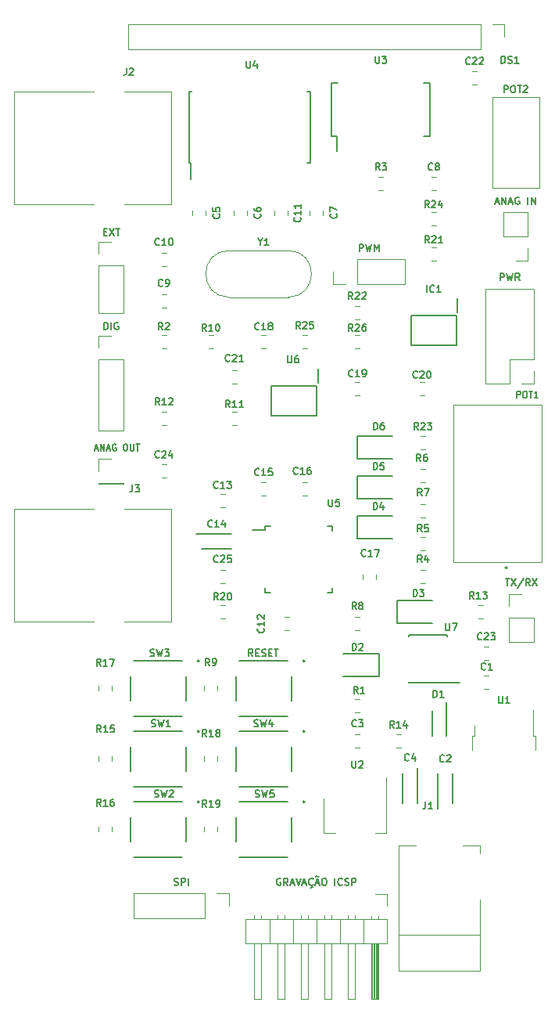
<source format=gbr>
G04 #@! TF.GenerationSoftware,KiCad,Pcbnew,(5.0.2)-1*
G04 #@! TF.CreationDate,2019-06-11T21:21:37-03:00*
G04 #@! TF.ProjectId,projeto(2),70726f6a-6574-46f2-9832-292e6b696361,rev?*
G04 #@! TF.SameCoordinates,Original*
G04 #@! TF.FileFunction,Legend,Top*
G04 #@! TF.FilePolarity,Positive*
%FSLAX46Y46*%
G04 Gerber Fmt 4.6, Leading zero omitted, Abs format (unit mm)*
G04 Created by KiCad (PCBNEW (5.0.2)-1) date 11/06/2019 21:21:37*
%MOMM*%
%LPD*%
G01*
G04 APERTURE LIST*
%ADD10C,0.200000*%
%ADD11C,0.120000*%
%ADD12C,0.254000*%
%ADD13C,0.150000*%
%ADD14C,0.100000*%
%ADD15C,0.190500*%
G04 APERTURE END LIST*
D10*
G04 #@! TO.C,C14*
X190170000Y-77000000D02*
X193370000Y-77000000D01*
X193370000Y-75400000D02*
X189570000Y-75400000D01*
D11*
G04 #@! TO.C,J1*
X211500000Y-118735000D02*
X220300000Y-118735000D01*
X220300000Y-114935000D02*
X220300000Y-122635000D01*
X220300000Y-122635000D02*
X211500000Y-122635000D01*
X211500000Y-122635000D02*
X211500000Y-122435000D01*
X218450000Y-109035000D02*
X220300000Y-109035000D01*
X220300000Y-109035000D02*
X220300000Y-109885000D01*
X211500000Y-122535000D02*
X211500000Y-109035000D01*
X211500000Y-109035000D02*
X213350000Y-109035000D01*
G04 #@! TO.C,C1*
X221241252Y-90730000D02*
X220718748Y-90730000D01*
X221241252Y-92150000D02*
X220718748Y-92150000D01*
D10*
G04 #@! TO.C,C2*
X217335000Y-104470000D02*
X217335000Y-101270000D01*
X215735000Y-101270000D02*
X215735000Y-105070000D01*
D11*
G04 #@! TO.C,C3*
X206748748Y-98500000D02*
X207271252Y-98500000D01*
X206748748Y-97080000D02*
X207271252Y-97080000D01*
D10*
G04 #@! TO.C,C4*
X211925000Y-101270000D02*
X211925000Y-104470000D01*
X213525000Y-104470000D02*
X213525000Y-100670000D01*
D11*
G04 #@! TO.C,C5*
X190575000Y-40901252D02*
X190575000Y-40378748D01*
X189155000Y-40901252D02*
X189155000Y-40378748D01*
G04 #@! TO.C,C6*
X195020000Y-40901252D02*
X195020000Y-40378748D01*
X193600000Y-40901252D02*
X193600000Y-40378748D01*
G04 #@! TO.C,C7*
X201855000Y-40378748D02*
X201855000Y-40901252D01*
X203275000Y-40378748D02*
X203275000Y-40901252D01*
G04 #@! TO.C,C8*
X215526252Y-36755000D02*
X215003748Y-36755000D01*
X215526252Y-38175000D02*
X215003748Y-38175000D01*
G04 #@! TO.C,C9*
X185793748Y-50875000D02*
X186316252Y-50875000D01*
X185793748Y-49455000D02*
X186316252Y-49455000D01*
G04 #@! TO.C,C10*
X186316252Y-45010000D02*
X185793748Y-45010000D01*
X186316252Y-46430000D02*
X185793748Y-46430000D01*
G04 #@! TO.C,C11*
X198045000Y-40378748D02*
X198045000Y-40901252D01*
X199465000Y-40378748D02*
X199465000Y-40901252D01*
G04 #@! TO.C,C12*
X199128748Y-85800000D02*
X199651252Y-85800000D01*
X199128748Y-84380000D02*
X199651252Y-84380000D01*
G04 #@! TO.C,C13*
X192143748Y-72465000D02*
X192666252Y-72465000D01*
X192143748Y-71045000D02*
X192666252Y-71045000D01*
G04 #@! TO.C,C15*
X197111252Y-69775000D02*
X196588748Y-69775000D01*
X197111252Y-71195000D02*
X196588748Y-71195000D01*
G04 #@! TO.C,C16*
X201556252Y-69775000D02*
X201033748Y-69775000D01*
X201556252Y-71195000D02*
X201033748Y-71195000D01*
G04 #@! TO.C,C17*
X207570000Y-79748748D02*
X207570000Y-80271252D01*
X208990000Y-79748748D02*
X208990000Y-80271252D01*
G04 #@! TO.C,C18*
X196588748Y-55320000D02*
X197111252Y-55320000D01*
X196588748Y-53900000D02*
X197111252Y-53900000D01*
G04 #@! TO.C,C19*
X206748748Y-60400000D02*
X207271252Y-60400000D01*
X206748748Y-58980000D02*
X207271252Y-58980000D01*
G04 #@! TO.C,C20*
X213733748Y-60400000D02*
X214256252Y-60400000D01*
X213733748Y-58980000D02*
X214256252Y-58980000D01*
G04 #@! TO.C,C21*
X193413748Y-59130000D02*
X193936252Y-59130000D01*
X193413748Y-57710000D02*
X193936252Y-57710000D01*
D10*
G04 #@! TO.C,D1*
X215125000Y-94535000D02*
X215125000Y-97235000D01*
X216675000Y-93585000D02*
X216675000Y-97235000D01*
D11*
G04 #@! TO.C,POT2*
X221625000Y-28135000D02*
X226695000Y-28135000D01*
X221625000Y-37905000D02*
X226695000Y-37905000D01*
X226695000Y-37905000D02*
X226695000Y-28135000D01*
X221625000Y-37905000D02*
X221625000Y-28135000D01*
G04 #@! TO.C,R1*
X207271252Y-93270000D02*
X206748748Y-93270000D01*
X207271252Y-94690000D02*
X206748748Y-94690000D01*
G04 #@! TO.C,R2*
X185793748Y-55320000D02*
X186316252Y-55320000D01*
X185793748Y-53900000D02*
X186316252Y-53900000D01*
G04 #@! TO.C,R3*
X209288748Y-38175000D02*
X209811252Y-38175000D01*
X209288748Y-36755000D02*
X209811252Y-36755000D01*
G04 #@! TO.C,R4*
X213851748Y-80720000D02*
X214374252Y-80720000D01*
X213851748Y-79300000D02*
X214374252Y-79300000D01*
G04 #@! TO.C,R5*
X213851748Y-77164000D02*
X214374252Y-77164000D01*
X213851748Y-75744000D02*
X214374252Y-75744000D01*
G04 #@! TO.C,R6*
X214374252Y-68378000D02*
X213851748Y-68378000D01*
X214374252Y-69798000D02*
X213851748Y-69798000D01*
G04 #@! TO.C,R7*
X214374252Y-72188000D02*
X213851748Y-72188000D01*
X214374252Y-73608000D02*
X213851748Y-73608000D01*
G04 #@! TO.C,R8*
X207271252Y-84380000D02*
X206748748Y-84380000D01*
X207271252Y-85800000D02*
X206748748Y-85800000D01*
G04 #@! TO.C,R9*
X191845000Y-92336252D02*
X191845000Y-91813748D01*
X190425000Y-92336252D02*
X190425000Y-91813748D01*
G04 #@! TO.C,R10*
X190873748Y-55320000D02*
X191396252Y-55320000D01*
X190873748Y-53900000D02*
X191396252Y-53900000D01*
G04 #@! TO.C,R11*
X193936252Y-62155000D02*
X193413748Y-62155000D01*
X193936252Y-63575000D02*
X193413748Y-63575000D01*
G04 #@! TO.C,R12*
X186316252Y-62155000D02*
X185793748Y-62155000D01*
X186316252Y-63575000D02*
X185793748Y-63575000D01*
G04 #@! TO.C,R13*
X220606252Y-83110000D02*
X220083748Y-83110000D01*
X220606252Y-84530000D02*
X220083748Y-84530000D01*
G04 #@! TO.C,R14*
X211716252Y-97080000D02*
X211193748Y-97080000D01*
X211716252Y-98500000D02*
X211193748Y-98500000D01*
G04 #@! TO.C,R15*
X180415000Y-99956252D02*
X180415000Y-99433748D01*
X178995000Y-99956252D02*
X178995000Y-99433748D01*
G04 #@! TO.C,R16*
X180415000Y-107576252D02*
X180415000Y-107053748D01*
X178995000Y-107576252D02*
X178995000Y-107053748D01*
G04 #@! TO.C,R17*
X178995000Y-91813748D02*
X178995000Y-92336252D01*
X180415000Y-91813748D02*
X180415000Y-92336252D01*
G04 #@! TO.C,R18*
X191845000Y-99956252D02*
X191845000Y-99433748D01*
X190425000Y-99956252D02*
X190425000Y-99433748D01*
G04 #@! TO.C,R19*
X191845000Y-107576252D02*
X191845000Y-107053748D01*
X190425000Y-107576252D02*
X190425000Y-107053748D01*
G04 #@! TO.C,R20*
X192143748Y-84530000D02*
X192666252Y-84530000D01*
X192143748Y-83110000D02*
X192666252Y-83110000D01*
D12*
G04 #@! TO.C,SW1*
X189842510Y-96719000D02*
G75*
G03X189842510Y-96719000I-63510J0D01*
G01*
D10*
X188420000Y-98395000D02*
X188420000Y-100995000D01*
X182420000Y-98395000D02*
X182420000Y-100995000D01*
X182820000Y-102695000D02*
X188020000Y-102695000D01*
X182820000Y-96695000D02*
X188020000Y-96695000D01*
D12*
G04 #@! TO.C,SW2*
X189842510Y-104339000D02*
G75*
G03X189842510Y-104339000I-63510J0D01*
G01*
D10*
X188420000Y-106015000D02*
X188420000Y-108615000D01*
X182420000Y-106015000D02*
X182420000Y-108615000D01*
X182820000Y-110315000D02*
X188020000Y-110315000D01*
X182820000Y-104315000D02*
X188020000Y-104315000D01*
D12*
G04 #@! TO.C,SW3*
X189842510Y-89099000D02*
G75*
G03X189842510Y-89099000I-63510J0D01*
G01*
D10*
X188420000Y-90775000D02*
X188420000Y-93375000D01*
X182420000Y-90775000D02*
X182420000Y-93375000D01*
X182820000Y-95075000D02*
X188020000Y-95075000D01*
X182820000Y-89075000D02*
X188020000Y-89075000D01*
D12*
G04 #@! TO.C,SW4*
X201272510Y-96719000D02*
G75*
G03X201272510Y-96719000I-63510J0D01*
G01*
D10*
X199850000Y-98395000D02*
X199850000Y-100995000D01*
X193850000Y-98395000D02*
X193850000Y-100995000D01*
X194250000Y-102695000D02*
X199450000Y-102695000D01*
X194250000Y-96695000D02*
X199450000Y-96695000D01*
D12*
G04 #@! TO.C,SW5*
X201272510Y-104339000D02*
G75*
G03X201272510Y-104339000I-63510J0D01*
G01*
D10*
X199850000Y-106015000D02*
X199850000Y-108615000D01*
X193850000Y-106015000D02*
X193850000Y-108615000D01*
X194250000Y-110315000D02*
X199450000Y-110315000D01*
X194250000Y-104315000D02*
X199450000Y-104315000D01*
D12*
G04 #@! TO.C,RESET*
X201272510Y-89099000D02*
G75*
G03X201272510Y-89099000I-63510J0D01*
G01*
D10*
X199850000Y-90775000D02*
X199850000Y-93375000D01*
X193850000Y-90775000D02*
X193850000Y-93375000D01*
X194250000Y-95075000D02*
X199450000Y-95075000D01*
X194250000Y-89075000D02*
X199450000Y-89075000D01*
D13*
G04 #@! TO.C,U4*
X189001000Y-35243000D02*
X189001000Y-37043000D01*
X201901000Y-35243000D02*
X201901000Y-27493000D01*
X188751000Y-35243000D02*
X188751000Y-27493000D01*
X201901000Y-35243000D02*
X201566000Y-35243000D01*
X201901000Y-27493000D02*
X201566000Y-27493000D01*
X188751000Y-27493000D02*
X189086000Y-27493000D01*
X188751000Y-35243000D02*
X189001000Y-35243000D01*
G04 #@! TO.C,U5*
X197035000Y-74905000D02*
X195660000Y-74905000D01*
X204285000Y-74480000D02*
X203760000Y-74480000D01*
X204285000Y-81730000D02*
X203760000Y-81730000D01*
X197035000Y-81730000D02*
X197560000Y-81730000D01*
X197035000Y-74480000D02*
X197560000Y-74480000D01*
X197035000Y-81730000D02*
X197035000Y-81205000D01*
X204285000Y-81730000D02*
X204285000Y-81205000D01*
X204285000Y-74480000D02*
X204285000Y-75005000D01*
X197035000Y-74480000D02*
X197035000Y-74905000D01*
D11*
G04 #@! TO.C,Y1*
X193115000Y-44719000D02*
G75*
G03X193115000Y-49769000I0J-2525000D01*
G01*
X199515000Y-44719000D02*
G75*
G02X199515000Y-49769000I0J-2525000D01*
G01*
X199515000Y-44719000D02*
X193115000Y-44719000D01*
X199515000Y-49769000D02*
X193115000Y-49769000D01*
G04 #@! TO.C,U2*
X203346000Y-107726000D02*
X204606000Y-107726000D01*
X210166000Y-107726000D02*
X208906000Y-107726000D01*
X203346000Y-103966000D02*
X203346000Y-107726000D01*
X210166000Y-101716000D02*
X210166000Y-107726000D01*
G04 #@! TO.C,C22*
X219448748Y-25325000D02*
X219971252Y-25325000D01*
X219448748Y-26745000D02*
X219971252Y-26745000D01*
G04 #@! TO.C,C23*
X220718748Y-88975000D02*
X221241252Y-88975000D01*
X220718748Y-87555000D02*
X221241252Y-87555000D01*
G04 #@! TO.C,C24*
X186316252Y-69290000D02*
X185793748Y-69290000D01*
X186316252Y-67870000D02*
X185793748Y-67870000D01*
D10*
G04 #@! TO.C,D2*
X209360000Y-88310000D02*
X205510000Y-88310000D01*
X209360000Y-90760000D02*
X209360000Y-88310000D01*
X205510000Y-90760000D02*
X209360000Y-90760000D01*
G04 #@! TO.C,D3*
X215138000Y-82595000D02*
X211288000Y-82595000D01*
X211288000Y-82595000D02*
X211288000Y-85045000D01*
X211288000Y-85045000D02*
X215138000Y-85045000D01*
G04 #@! TO.C,D4*
X206970000Y-75901000D02*
X210820000Y-75901000D01*
X206970000Y-73451000D02*
X206970000Y-75901000D01*
X210820000Y-73451000D02*
X206970000Y-73451000D01*
G04 #@! TO.C,D5*
X210820000Y-69133000D02*
X206970000Y-69133000D01*
X206970000Y-69133000D02*
X206970000Y-71583000D01*
X206970000Y-71583000D02*
X210820000Y-71583000D01*
G04 #@! TO.C,D6*
X210820000Y-64815000D02*
X206970000Y-64815000D01*
X206970000Y-64815000D02*
X206970000Y-67265000D01*
X206970000Y-67265000D02*
X210820000Y-67265000D01*
D14*
G04 #@! TO.C,POT1*
X217439000Y-78430000D02*
X217439000Y-61430000D01*
X217439000Y-61430000D02*
X226939000Y-61430000D01*
X226939000Y-61430000D02*
X226939000Y-78430000D01*
X226939000Y-78430000D02*
X217439000Y-78430000D01*
D10*
X223039000Y-79030000D02*
X223039000Y-79030000D01*
X223239000Y-79030000D02*
X223239000Y-79030000D01*
X223239000Y-79030000D02*
G75*
G02X223039000Y-79030000I-100000J0D01*
G01*
X223039000Y-79030000D02*
G75*
G02X223239000Y-79030000I100000J0D01*
G01*
D11*
G04 #@! TO.C,R21*
X215526252Y-45795000D02*
X215003748Y-45795000D01*
X215526252Y-44375000D02*
X215003748Y-44375000D01*
G04 #@! TO.C,R22*
X207271252Y-50725000D02*
X206748748Y-50725000D01*
X207271252Y-52145000D02*
X206748748Y-52145000D01*
G04 #@! TO.C,R23*
X214374252Y-66242000D02*
X213851748Y-66242000D01*
X214374252Y-64822000D02*
X213851748Y-64822000D01*
G04 #@! TO.C,R24*
X215526252Y-40565000D02*
X215003748Y-40565000D01*
X215526252Y-41985000D02*
X215003748Y-41985000D01*
G04 #@! TO.C,R25*
X201033748Y-53900000D02*
X201556252Y-53900000D01*
X201033748Y-55320000D02*
X201556252Y-55320000D01*
G04 #@! TO.C,R26*
X207271252Y-53900000D02*
X206748748Y-53900000D01*
X207271252Y-55320000D02*
X206748748Y-55320000D01*
D13*
G04 #@! TO.C,U7*
X216705000Y-91475000D02*
X216705000Y-91425000D01*
X212555000Y-91475000D02*
X212555000Y-91330000D01*
X212555000Y-86325000D02*
X212555000Y-86470000D01*
X216705000Y-86325000D02*
X216705000Y-86470000D01*
X216705000Y-91475000D02*
X212555000Y-91475000D01*
X216705000Y-86325000D02*
X212555000Y-86325000D01*
X216705000Y-91425000D02*
X218105000Y-91425000D01*
D11*
G04 #@! TO.C,C25*
X192666252Y-80720000D02*
X192143748Y-80720000D01*
X192666252Y-79300000D02*
X192143748Y-79300000D01*
G04 #@! TO.C,DS1*
X220345000Y-20285400D02*
X182185000Y-20285400D01*
X182185000Y-20285400D02*
X182185000Y-22945400D01*
X182185000Y-22945400D02*
X220345000Y-22945400D01*
X220345000Y-22945400D02*
X220345000Y-20285400D01*
X221615000Y-20285400D02*
X222945000Y-20285400D01*
X222945000Y-20285400D02*
X222945000Y-21615400D01*
G04 #@! TO.C,J2*
X178435000Y-27555000D02*
X169795000Y-27555000D01*
X186815000Y-27555000D02*
X181735000Y-27555000D01*
X178435000Y-39755000D02*
X169795000Y-39755000D01*
X186815000Y-39755000D02*
X181735000Y-39755000D01*
X169795000Y-39755000D02*
X169795000Y-27555000D01*
X186815000Y-27555000D02*
X186815000Y-39755000D01*
G04 #@! TO.C,J3*
X186815000Y-72640000D02*
X186815000Y-84840000D01*
X169795000Y-84840000D02*
X169795000Y-72640000D01*
X186815000Y-84840000D02*
X181735000Y-84840000D01*
X178435000Y-84840000D02*
X169795000Y-84840000D01*
X186815000Y-72640000D02*
X181735000Y-72640000D01*
X178435000Y-72640000D02*
X169795000Y-72640000D01*
D13*
G04 #@! TO.C,U3*
X204225000Y-32339000D02*
X204800000Y-32339000D01*
X204225000Y-26589000D02*
X204875000Y-26589000D01*
X214875000Y-26589000D02*
X214225000Y-26589000D01*
X214875000Y-32339000D02*
X214225000Y-32339000D01*
X204225000Y-32339000D02*
X204225000Y-26589000D01*
X214875000Y-32339000D02*
X214875000Y-26589000D01*
X204800000Y-32339000D02*
X204800000Y-33939000D01*
D10*
G04 #@! TO.C,U6*
X202602000Y-59360000D02*
X202602000Y-62560000D01*
X202602000Y-62560000D02*
X197702000Y-62560000D01*
X197702000Y-62560000D02*
X197702000Y-59360000D01*
X197702000Y-59360000D02*
X202602000Y-59360000D01*
X202757000Y-57485000D02*
X202757000Y-59010000D01*
G04 #@! TO.C,IC1*
X217715000Y-51740000D02*
X217715000Y-54940000D01*
X217715000Y-54940000D02*
X212815000Y-54940000D01*
X212815000Y-54940000D02*
X212815000Y-51740000D01*
X212815000Y-51740000D02*
X217715000Y-51740000D01*
X217870000Y-49865000D02*
X217870000Y-51390000D01*
D11*
G04 #@! TO.C,DIG*
X179010000Y-53915000D02*
X180340000Y-53915000D01*
X179010000Y-55245000D02*
X179010000Y-53915000D01*
X179010000Y-56515000D02*
X181670000Y-56515000D01*
X181670000Y-56515000D02*
X181670000Y-64195000D01*
X179010000Y-56515000D02*
X179010000Y-64195000D01*
X179010000Y-64195000D02*
X181670000Y-64195000D01*
G04 #@! TO.C,GRAVA\00C7\00C3O ICSP*
X210245000Y-117010000D02*
X194885000Y-117010000D01*
X194885000Y-117010000D02*
X194885000Y-119670000D01*
X194885000Y-119670000D02*
X210245000Y-119670000D01*
X210245000Y-119670000D02*
X210245000Y-117010000D01*
X209295000Y-119670000D02*
X209295000Y-125670000D01*
X209295000Y-125670000D02*
X208535000Y-125670000D01*
X208535000Y-125670000D02*
X208535000Y-119670000D01*
X209235000Y-119670000D02*
X209235000Y-125670000D01*
X209115000Y-119670000D02*
X209115000Y-125670000D01*
X208995000Y-119670000D02*
X208995000Y-125670000D01*
X208875000Y-119670000D02*
X208875000Y-125670000D01*
X208755000Y-119670000D02*
X208755000Y-125670000D01*
X208635000Y-119670000D02*
X208635000Y-125670000D01*
X209295000Y-116680000D02*
X209295000Y-117010000D01*
X208535000Y-116680000D02*
X208535000Y-117010000D01*
X207645000Y-117010000D02*
X207645000Y-119670000D01*
X206755000Y-119670000D02*
X206755000Y-125670000D01*
X206755000Y-125670000D02*
X205995000Y-125670000D01*
X205995000Y-125670000D02*
X205995000Y-119670000D01*
X206755000Y-116612929D02*
X206755000Y-117010000D01*
X205995000Y-116612929D02*
X205995000Y-117010000D01*
X205105000Y-117010000D02*
X205105000Y-119670000D01*
X204215000Y-119670000D02*
X204215000Y-125670000D01*
X204215000Y-125670000D02*
X203455000Y-125670000D01*
X203455000Y-125670000D02*
X203455000Y-119670000D01*
X204215000Y-116612929D02*
X204215000Y-117010000D01*
X203455000Y-116612929D02*
X203455000Y-117010000D01*
X202565000Y-117010000D02*
X202565000Y-119670000D01*
X201675000Y-119670000D02*
X201675000Y-125670000D01*
X201675000Y-125670000D02*
X200915000Y-125670000D01*
X200915000Y-125670000D02*
X200915000Y-119670000D01*
X201675000Y-116612929D02*
X201675000Y-117010000D01*
X200915000Y-116612929D02*
X200915000Y-117010000D01*
X200025000Y-117010000D02*
X200025000Y-119670000D01*
X199135000Y-119670000D02*
X199135000Y-125670000D01*
X199135000Y-125670000D02*
X198375000Y-125670000D01*
X198375000Y-125670000D02*
X198375000Y-119670000D01*
X199135000Y-116612929D02*
X199135000Y-117010000D01*
X198375000Y-116612929D02*
X198375000Y-117010000D01*
X197485000Y-117010000D02*
X197485000Y-119670000D01*
X196595000Y-119670000D02*
X196595000Y-125670000D01*
X196595000Y-125670000D02*
X195835000Y-125670000D01*
X195835000Y-125670000D02*
X195835000Y-119670000D01*
X196595000Y-116612929D02*
X196595000Y-117010000D01*
X195835000Y-116612929D02*
X195835000Y-117010000D01*
X208915000Y-114300000D02*
X210185000Y-114300000D01*
X210185000Y-114300000D02*
X210185000Y-115570000D01*
G04 #@! TO.C,PWR*
X226120000Y-48835000D02*
X220920000Y-48835000D01*
X226120000Y-56515000D02*
X226120000Y-48835000D01*
X220920000Y-59115000D02*
X220920000Y-48835000D01*
X226120000Y-56515000D02*
X223520000Y-56515000D01*
X223520000Y-56515000D02*
X223520000Y-59115000D01*
X223520000Y-59115000D02*
X220920000Y-59115000D01*
X226120000Y-57785000D02*
X226120000Y-59115000D01*
X226120000Y-59115000D02*
X224790000Y-59115000D01*
G04 #@! TO.C,ANAG OUT*
X179010000Y-69910000D02*
X181670000Y-69910000D01*
X179010000Y-69850000D02*
X179010000Y-69910000D01*
X181670000Y-69850000D02*
X181670000Y-69910000D01*
X179010000Y-69850000D02*
X181670000Y-69850000D01*
X179010000Y-68580000D02*
X179010000Y-67250000D01*
X179010000Y-67250000D02*
X180340000Y-67250000D01*
G04 #@! TO.C,ANAG IN*
X225485000Y-45780000D02*
X224155000Y-45780000D01*
X225485000Y-44450000D02*
X225485000Y-45780000D01*
X225485000Y-43180000D02*
X222825000Y-43180000D01*
X222825000Y-43180000D02*
X222825000Y-40580000D01*
X225485000Y-43180000D02*
X225485000Y-40580000D01*
X225485000Y-40580000D02*
X222825000Y-40580000D01*
G04 #@! TO.C,SPI*
X182820000Y-114240000D02*
X182820000Y-116900000D01*
X190500000Y-114240000D02*
X182820000Y-114240000D01*
X190500000Y-116900000D02*
X182820000Y-116900000D01*
X190500000Y-114240000D02*
X190500000Y-116900000D01*
X191770000Y-114240000D02*
X193100000Y-114240000D01*
X193100000Y-114240000D02*
X193100000Y-115570000D01*
G04 #@! TO.C,EXT*
X179010000Y-51495000D02*
X181670000Y-51495000D01*
X179010000Y-46355000D02*
X179010000Y-51495000D01*
X181670000Y-46355000D02*
X181670000Y-51495000D01*
X179010000Y-46355000D02*
X181670000Y-46355000D01*
X179010000Y-45085000D02*
X179010000Y-43755000D01*
X179010000Y-43755000D02*
X180340000Y-43755000D01*
G04 #@! TO.C,PWM*
X204410000Y-48320000D02*
X204410000Y-46990000D01*
X205740000Y-48320000D02*
X204410000Y-48320000D01*
X207010000Y-48320000D02*
X207010000Y-45660000D01*
X207010000Y-45660000D02*
X212150000Y-45660000D01*
X207010000Y-48320000D02*
X212150000Y-48320000D01*
X212150000Y-48320000D02*
X212150000Y-45660000D01*
G04 #@! TO.C,TX/RX*
X223460000Y-87055000D02*
X226120000Y-87055000D01*
X223460000Y-84455000D02*
X223460000Y-87055000D01*
X226120000Y-84455000D02*
X226120000Y-87055000D01*
X223460000Y-84455000D02*
X226120000Y-84455000D01*
X223460000Y-83185000D02*
X223460000Y-81855000D01*
X223460000Y-81855000D02*
X224790000Y-81855000D01*
G04 #@! TO.C,U1*
X226335000Y-98725000D02*
X226335000Y-97225000D01*
X226335000Y-97225000D02*
X226065000Y-97225000D01*
X226065000Y-97225000D02*
X226065000Y-94395000D01*
X219435000Y-98725000D02*
X219435000Y-97225000D01*
X219435000Y-97225000D02*
X219705000Y-97225000D01*
X219705000Y-97225000D02*
X219705000Y-96125000D01*
G04 #@! TO.C,C14*
D13*
X191280142Y-74567142D02*
X191243857Y-74603428D01*
X191135000Y-74639714D01*
X191062428Y-74639714D01*
X190953571Y-74603428D01*
X190881000Y-74530857D01*
X190844714Y-74458285D01*
X190808428Y-74313142D01*
X190808428Y-74204285D01*
X190844714Y-74059142D01*
X190881000Y-73986571D01*
X190953571Y-73914000D01*
X191062428Y-73877714D01*
X191135000Y-73877714D01*
X191243857Y-73914000D01*
X191280142Y-73950285D01*
X192005857Y-74639714D02*
X191570428Y-74639714D01*
X191788142Y-74639714D02*
X191788142Y-73877714D01*
X191715571Y-73986571D01*
X191643000Y-74059142D01*
X191570428Y-74095428D01*
X192659000Y-74131714D02*
X192659000Y-74639714D01*
X192477571Y-73841428D02*
X192296142Y-74385714D01*
X192767857Y-74385714D01*
G04 #@! TO.C,J1*
X214376000Y-104357714D02*
X214376000Y-104902000D01*
X214339714Y-105010857D01*
X214267142Y-105083428D01*
X214158285Y-105119714D01*
X214085714Y-105119714D01*
X215138000Y-105119714D02*
X214702571Y-105119714D01*
X214920285Y-105119714D02*
X214920285Y-104357714D01*
X214847714Y-104466571D01*
X214775142Y-104539142D01*
X214702571Y-104575428D01*
G04 #@! TO.C,C1*
X220897560Y-90000182D02*
X220861274Y-90036468D01*
X220752417Y-90072754D01*
X220679845Y-90072754D01*
X220570988Y-90036468D01*
X220498417Y-89963897D01*
X220462131Y-89891325D01*
X220425845Y-89746182D01*
X220425845Y-89637325D01*
X220462131Y-89492182D01*
X220498417Y-89419611D01*
X220570988Y-89347040D01*
X220679845Y-89310754D01*
X220752417Y-89310754D01*
X220861274Y-89347040D01*
X220897560Y-89383325D01*
X221623274Y-90072754D02*
X221187845Y-90072754D01*
X221405560Y-90072754D02*
X221405560Y-89310754D01*
X221332988Y-89419611D01*
X221260417Y-89492182D01*
X221187845Y-89528468D01*
G04 #@! TO.C,C2*
X216408000Y-99967142D02*
X216371714Y-100003428D01*
X216262857Y-100039714D01*
X216190285Y-100039714D01*
X216081428Y-100003428D01*
X216008857Y-99930857D01*
X215972571Y-99858285D01*
X215936285Y-99713142D01*
X215936285Y-99604285D01*
X215972571Y-99459142D01*
X216008857Y-99386571D01*
X216081428Y-99314000D01*
X216190285Y-99277714D01*
X216262857Y-99277714D01*
X216371714Y-99314000D01*
X216408000Y-99350285D01*
X216698285Y-99350285D02*
X216734571Y-99314000D01*
X216807142Y-99277714D01*
X216988571Y-99277714D01*
X217061142Y-99314000D01*
X217097428Y-99350285D01*
X217133714Y-99422857D01*
X217133714Y-99495428D01*
X217097428Y-99604285D01*
X216662000Y-100039714D01*
X217133714Y-100039714D01*
G04 #@! TO.C,C3*
X206883000Y-96157142D02*
X206846714Y-96193428D01*
X206737857Y-96229714D01*
X206665285Y-96229714D01*
X206556428Y-96193428D01*
X206483857Y-96120857D01*
X206447571Y-96048285D01*
X206411285Y-95903142D01*
X206411285Y-95794285D01*
X206447571Y-95649142D01*
X206483857Y-95576571D01*
X206556428Y-95504000D01*
X206665285Y-95467714D01*
X206737857Y-95467714D01*
X206846714Y-95504000D01*
X206883000Y-95540285D01*
X207137000Y-95467714D02*
X207608714Y-95467714D01*
X207354714Y-95758000D01*
X207463571Y-95758000D01*
X207536142Y-95794285D01*
X207572428Y-95830571D01*
X207608714Y-95903142D01*
X207608714Y-96084571D01*
X207572428Y-96157142D01*
X207536142Y-96193428D01*
X207463571Y-96229714D01*
X207245857Y-96229714D01*
X207173285Y-96193428D01*
X207137000Y-96157142D01*
G04 #@! TO.C,C4*
X212598000Y-99840142D02*
X212561714Y-99876428D01*
X212452857Y-99912714D01*
X212380285Y-99912714D01*
X212271428Y-99876428D01*
X212198857Y-99803857D01*
X212162571Y-99731285D01*
X212126285Y-99586142D01*
X212126285Y-99477285D01*
X212162571Y-99332142D01*
X212198857Y-99259571D01*
X212271428Y-99187000D01*
X212380285Y-99150714D01*
X212452857Y-99150714D01*
X212561714Y-99187000D01*
X212598000Y-99223285D01*
X213251142Y-99404714D02*
X213251142Y-99912714D01*
X213069714Y-99114428D02*
X212888285Y-99658714D01*
X213360000Y-99658714D01*
G04 #@! TO.C,C5*
X192042142Y-40776000D02*
X192078428Y-40812285D01*
X192114714Y-40921142D01*
X192114714Y-40993714D01*
X192078428Y-41102571D01*
X192005857Y-41175142D01*
X191933285Y-41211428D01*
X191788142Y-41247714D01*
X191679285Y-41247714D01*
X191534142Y-41211428D01*
X191461571Y-41175142D01*
X191389000Y-41102571D01*
X191352714Y-40993714D01*
X191352714Y-40921142D01*
X191389000Y-40812285D01*
X191425285Y-40776000D01*
X191352714Y-40086571D02*
X191352714Y-40449428D01*
X191715571Y-40485714D01*
X191679285Y-40449428D01*
X191643000Y-40376857D01*
X191643000Y-40195428D01*
X191679285Y-40122857D01*
X191715571Y-40086571D01*
X191788142Y-40050285D01*
X191969571Y-40050285D01*
X192042142Y-40086571D01*
X192078428Y-40122857D01*
X192114714Y-40195428D01*
X192114714Y-40376857D01*
X192078428Y-40449428D01*
X192042142Y-40485714D01*
G04 #@! TO.C,C6*
X196487142Y-40767000D02*
X196523428Y-40803285D01*
X196559714Y-40912142D01*
X196559714Y-40984714D01*
X196523428Y-41093571D01*
X196450857Y-41166142D01*
X196378285Y-41202428D01*
X196233142Y-41238714D01*
X196124285Y-41238714D01*
X195979142Y-41202428D01*
X195906571Y-41166142D01*
X195834000Y-41093571D01*
X195797714Y-40984714D01*
X195797714Y-40912142D01*
X195834000Y-40803285D01*
X195870285Y-40767000D01*
X195797714Y-40113857D02*
X195797714Y-40259000D01*
X195834000Y-40331571D01*
X195870285Y-40367857D01*
X195979142Y-40440428D01*
X196124285Y-40476714D01*
X196414571Y-40476714D01*
X196487142Y-40440428D01*
X196523428Y-40404142D01*
X196559714Y-40331571D01*
X196559714Y-40186428D01*
X196523428Y-40113857D01*
X196487142Y-40077571D01*
X196414571Y-40041285D01*
X196233142Y-40041285D01*
X196160571Y-40077571D01*
X196124285Y-40113857D01*
X196088000Y-40186428D01*
X196088000Y-40331571D01*
X196124285Y-40404142D01*
X196160571Y-40440428D01*
X196233142Y-40476714D01*
G04 #@! TO.C,C7*
X204742142Y-40767000D02*
X204778428Y-40803285D01*
X204814714Y-40912142D01*
X204814714Y-40984714D01*
X204778428Y-41093571D01*
X204705857Y-41166142D01*
X204633285Y-41202428D01*
X204488142Y-41238714D01*
X204379285Y-41238714D01*
X204234142Y-41202428D01*
X204161571Y-41166142D01*
X204089000Y-41093571D01*
X204052714Y-40984714D01*
X204052714Y-40912142D01*
X204089000Y-40803285D01*
X204125285Y-40767000D01*
X204052714Y-40513000D02*
X204052714Y-40005000D01*
X204814714Y-40331571D01*
G04 #@! TO.C,C8*
X215147000Y-35959142D02*
X215110714Y-35995428D01*
X215001857Y-36031714D01*
X214929285Y-36031714D01*
X214820428Y-35995428D01*
X214747857Y-35922857D01*
X214711571Y-35850285D01*
X214675285Y-35705142D01*
X214675285Y-35596285D01*
X214711571Y-35451142D01*
X214747857Y-35378571D01*
X214820428Y-35306000D01*
X214929285Y-35269714D01*
X215001857Y-35269714D01*
X215110714Y-35306000D01*
X215147000Y-35342285D01*
X215582428Y-35596285D02*
X215509857Y-35560000D01*
X215473571Y-35523714D01*
X215437285Y-35451142D01*
X215437285Y-35414857D01*
X215473571Y-35342285D01*
X215509857Y-35306000D01*
X215582428Y-35269714D01*
X215727571Y-35269714D01*
X215800142Y-35306000D01*
X215836428Y-35342285D01*
X215872714Y-35414857D01*
X215872714Y-35451142D01*
X215836428Y-35523714D01*
X215800142Y-35560000D01*
X215727571Y-35596285D01*
X215582428Y-35596285D01*
X215509857Y-35632571D01*
X215473571Y-35668857D01*
X215437285Y-35741428D01*
X215437285Y-35886571D01*
X215473571Y-35959142D01*
X215509857Y-35995428D01*
X215582428Y-36031714D01*
X215727571Y-36031714D01*
X215800142Y-35995428D01*
X215836428Y-35959142D01*
X215872714Y-35886571D01*
X215872714Y-35741428D01*
X215836428Y-35668857D01*
X215800142Y-35632571D01*
X215727571Y-35596285D01*
G04 #@! TO.C,C9*
X185928000Y-48532142D02*
X185891714Y-48568428D01*
X185782857Y-48604714D01*
X185710285Y-48604714D01*
X185601428Y-48568428D01*
X185528857Y-48495857D01*
X185492571Y-48423285D01*
X185456285Y-48278142D01*
X185456285Y-48169285D01*
X185492571Y-48024142D01*
X185528857Y-47951571D01*
X185601428Y-47879000D01*
X185710285Y-47842714D01*
X185782857Y-47842714D01*
X185891714Y-47879000D01*
X185928000Y-47915285D01*
X186290857Y-48604714D02*
X186436000Y-48604714D01*
X186508571Y-48568428D01*
X186544857Y-48532142D01*
X186617428Y-48423285D01*
X186653714Y-48278142D01*
X186653714Y-47987857D01*
X186617428Y-47915285D01*
X186581142Y-47879000D01*
X186508571Y-47842714D01*
X186363428Y-47842714D01*
X186290857Y-47879000D01*
X186254571Y-47915285D01*
X186218285Y-47987857D01*
X186218285Y-48169285D01*
X186254571Y-48241857D01*
X186290857Y-48278142D01*
X186363428Y-48314428D01*
X186508571Y-48314428D01*
X186581142Y-48278142D01*
X186617428Y-48241857D01*
X186653714Y-48169285D01*
G04 #@! TO.C,C10*
X185565142Y-44087142D02*
X185528857Y-44123428D01*
X185420000Y-44159714D01*
X185347428Y-44159714D01*
X185238571Y-44123428D01*
X185166000Y-44050857D01*
X185129714Y-43978285D01*
X185093428Y-43833142D01*
X185093428Y-43724285D01*
X185129714Y-43579142D01*
X185166000Y-43506571D01*
X185238571Y-43434000D01*
X185347428Y-43397714D01*
X185420000Y-43397714D01*
X185528857Y-43434000D01*
X185565142Y-43470285D01*
X186290857Y-44159714D02*
X185855428Y-44159714D01*
X186073142Y-44159714D02*
X186073142Y-43397714D01*
X186000571Y-43506571D01*
X185928000Y-43579142D01*
X185855428Y-43615428D01*
X186762571Y-43397714D02*
X186835142Y-43397714D01*
X186907714Y-43434000D01*
X186944000Y-43470285D01*
X186980285Y-43542857D01*
X187016571Y-43688000D01*
X187016571Y-43869428D01*
X186980285Y-44014571D01*
X186944000Y-44087142D01*
X186907714Y-44123428D01*
X186835142Y-44159714D01*
X186762571Y-44159714D01*
X186690000Y-44123428D01*
X186653714Y-44087142D01*
X186617428Y-44014571D01*
X186581142Y-43869428D01*
X186581142Y-43688000D01*
X186617428Y-43542857D01*
X186653714Y-43470285D01*
X186690000Y-43434000D01*
X186762571Y-43397714D01*
G04 #@! TO.C,C11*
X200805142Y-41138857D02*
X200841428Y-41175142D01*
X200877714Y-41284000D01*
X200877714Y-41356571D01*
X200841428Y-41465428D01*
X200768857Y-41538000D01*
X200696285Y-41574285D01*
X200551142Y-41610571D01*
X200442285Y-41610571D01*
X200297142Y-41574285D01*
X200224571Y-41538000D01*
X200152000Y-41465428D01*
X200115714Y-41356571D01*
X200115714Y-41284000D01*
X200152000Y-41175142D01*
X200188285Y-41138857D01*
X200877714Y-40413142D02*
X200877714Y-40848571D01*
X200877714Y-40630857D02*
X200115714Y-40630857D01*
X200224571Y-40703428D01*
X200297142Y-40776000D01*
X200333428Y-40848571D01*
X200877714Y-39687428D02*
X200877714Y-40122857D01*
X200877714Y-39905142D02*
X200115714Y-39905142D01*
X200224571Y-39977714D01*
X200297142Y-40050285D01*
X200333428Y-40122857D01*
G04 #@! TO.C,C12*
X196877142Y-85579857D02*
X196913428Y-85616142D01*
X196949714Y-85725000D01*
X196949714Y-85797571D01*
X196913428Y-85906428D01*
X196840857Y-85979000D01*
X196768285Y-86015285D01*
X196623142Y-86051571D01*
X196514285Y-86051571D01*
X196369142Y-86015285D01*
X196296571Y-85979000D01*
X196224000Y-85906428D01*
X196187714Y-85797571D01*
X196187714Y-85725000D01*
X196224000Y-85616142D01*
X196260285Y-85579857D01*
X196949714Y-84854142D02*
X196949714Y-85289571D01*
X196949714Y-85071857D02*
X196187714Y-85071857D01*
X196296571Y-85144428D01*
X196369142Y-85217000D01*
X196405428Y-85289571D01*
X196260285Y-84563857D02*
X196224000Y-84527571D01*
X196187714Y-84455000D01*
X196187714Y-84273571D01*
X196224000Y-84201000D01*
X196260285Y-84164714D01*
X196332857Y-84128428D01*
X196405428Y-84128428D01*
X196514285Y-84164714D01*
X196949714Y-84600142D01*
X196949714Y-84128428D01*
G04 #@! TO.C,C13*
X191915142Y-70377142D02*
X191878857Y-70413428D01*
X191770000Y-70449714D01*
X191697428Y-70449714D01*
X191588571Y-70413428D01*
X191516000Y-70340857D01*
X191479714Y-70268285D01*
X191443428Y-70123142D01*
X191443428Y-70014285D01*
X191479714Y-69869142D01*
X191516000Y-69796571D01*
X191588571Y-69724000D01*
X191697428Y-69687714D01*
X191770000Y-69687714D01*
X191878857Y-69724000D01*
X191915142Y-69760285D01*
X192640857Y-70449714D02*
X192205428Y-70449714D01*
X192423142Y-70449714D02*
X192423142Y-69687714D01*
X192350571Y-69796571D01*
X192278000Y-69869142D01*
X192205428Y-69905428D01*
X192894857Y-69687714D02*
X193366571Y-69687714D01*
X193112571Y-69978000D01*
X193221428Y-69978000D01*
X193294000Y-70014285D01*
X193330285Y-70050571D01*
X193366571Y-70123142D01*
X193366571Y-70304571D01*
X193330285Y-70377142D01*
X193294000Y-70413428D01*
X193221428Y-70449714D01*
X193003714Y-70449714D01*
X192931142Y-70413428D01*
X192894857Y-70377142D01*
G04 #@! TO.C,C15*
X196369142Y-68979142D02*
X196332857Y-69015428D01*
X196224000Y-69051714D01*
X196151428Y-69051714D01*
X196042571Y-69015428D01*
X195970000Y-68942857D01*
X195933714Y-68870285D01*
X195897428Y-68725142D01*
X195897428Y-68616285D01*
X195933714Y-68471142D01*
X195970000Y-68398571D01*
X196042571Y-68326000D01*
X196151428Y-68289714D01*
X196224000Y-68289714D01*
X196332857Y-68326000D01*
X196369142Y-68362285D01*
X197094857Y-69051714D02*
X196659428Y-69051714D01*
X196877142Y-69051714D02*
X196877142Y-68289714D01*
X196804571Y-68398571D01*
X196732000Y-68471142D01*
X196659428Y-68507428D01*
X197784285Y-68289714D02*
X197421428Y-68289714D01*
X197385142Y-68652571D01*
X197421428Y-68616285D01*
X197494000Y-68580000D01*
X197675428Y-68580000D01*
X197748000Y-68616285D01*
X197784285Y-68652571D01*
X197820571Y-68725142D01*
X197820571Y-68906571D01*
X197784285Y-68979142D01*
X197748000Y-69015428D01*
X197675428Y-69051714D01*
X197494000Y-69051714D01*
X197421428Y-69015428D01*
X197385142Y-68979142D01*
G04 #@! TO.C,C16*
X200560142Y-68852142D02*
X200523857Y-68888428D01*
X200415000Y-68924714D01*
X200342428Y-68924714D01*
X200233571Y-68888428D01*
X200161000Y-68815857D01*
X200124714Y-68743285D01*
X200088428Y-68598142D01*
X200088428Y-68489285D01*
X200124714Y-68344142D01*
X200161000Y-68271571D01*
X200233571Y-68199000D01*
X200342428Y-68162714D01*
X200415000Y-68162714D01*
X200523857Y-68199000D01*
X200560142Y-68235285D01*
X201285857Y-68924714D02*
X200850428Y-68924714D01*
X201068142Y-68924714D02*
X201068142Y-68162714D01*
X200995571Y-68271571D01*
X200923000Y-68344142D01*
X200850428Y-68380428D01*
X201939000Y-68162714D02*
X201793857Y-68162714D01*
X201721285Y-68199000D01*
X201685000Y-68235285D01*
X201612428Y-68344142D01*
X201576142Y-68489285D01*
X201576142Y-68779571D01*
X201612428Y-68852142D01*
X201648714Y-68888428D01*
X201721285Y-68924714D01*
X201866428Y-68924714D01*
X201939000Y-68888428D01*
X201975285Y-68852142D01*
X202011571Y-68779571D01*
X202011571Y-68598142D01*
X201975285Y-68525571D01*
X201939000Y-68489285D01*
X201866428Y-68453000D01*
X201721285Y-68453000D01*
X201648714Y-68489285D01*
X201612428Y-68525571D01*
X201576142Y-68598142D01*
G04 #@! TO.C,C17*
X207917142Y-77725742D02*
X207880857Y-77762028D01*
X207772000Y-77798314D01*
X207699428Y-77798314D01*
X207590571Y-77762028D01*
X207518000Y-77689457D01*
X207481714Y-77616885D01*
X207445428Y-77471742D01*
X207445428Y-77362885D01*
X207481714Y-77217742D01*
X207518000Y-77145171D01*
X207590571Y-77072600D01*
X207699428Y-77036314D01*
X207772000Y-77036314D01*
X207880857Y-77072600D01*
X207917142Y-77108885D01*
X208642857Y-77798314D02*
X208207428Y-77798314D01*
X208425142Y-77798314D02*
X208425142Y-77036314D01*
X208352571Y-77145171D01*
X208280000Y-77217742D01*
X208207428Y-77254028D01*
X208896857Y-77036314D02*
X209404857Y-77036314D01*
X209078285Y-77798314D01*
G04 #@! TO.C,C18*
X196360142Y-53232142D02*
X196323857Y-53268428D01*
X196215000Y-53304714D01*
X196142428Y-53304714D01*
X196033571Y-53268428D01*
X195961000Y-53195857D01*
X195924714Y-53123285D01*
X195888428Y-52978142D01*
X195888428Y-52869285D01*
X195924714Y-52724142D01*
X195961000Y-52651571D01*
X196033571Y-52579000D01*
X196142428Y-52542714D01*
X196215000Y-52542714D01*
X196323857Y-52579000D01*
X196360142Y-52615285D01*
X197085857Y-53304714D02*
X196650428Y-53304714D01*
X196868142Y-53304714D02*
X196868142Y-52542714D01*
X196795571Y-52651571D01*
X196723000Y-52724142D01*
X196650428Y-52760428D01*
X197521285Y-52869285D02*
X197448714Y-52833000D01*
X197412428Y-52796714D01*
X197376142Y-52724142D01*
X197376142Y-52687857D01*
X197412428Y-52615285D01*
X197448714Y-52579000D01*
X197521285Y-52542714D01*
X197666428Y-52542714D01*
X197739000Y-52579000D01*
X197775285Y-52615285D01*
X197811571Y-52687857D01*
X197811571Y-52724142D01*
X197775285Y-52796714D01*
X197739000Y-52833000D01*
X197666428Y-52869285D01*
X197521285Y-52869285D01*
X197448714Y-52905571D01*
X197412428Y-52941857D01*
X197376142Y-53014428D01*
X197376142Y-53159571D01*
X197412428Y-53232142D01*
X197448714Y-53268428D01*
X197521285Y-53304714D01*
X197666428Y-53304714D01*
X197739000Y-53268428D01*
X197775285Y-53232142D01*
X197811571Y-53159571D01*
X197811571Y-53014428D01*
X197775285Y-52941857D01*
X197739000Y-52905571D01*
X197666428Y-52869285D01*
G04 #@! TO.C,C19*
X206520142Y-58312142D02*
X206483857Y-58348428D01*
X206375000Y-58384714D01*
X206302428Y-58384714D01*
X206193571Y-58348428D01*
X206121000Y-58275857D01*
X206084714Y-58203285D01*
X206048428Y-58058142D01*
X206048428Y-57949285D01*
X206084714Y-57804142D01*
X206121000Y-57731571D01*
X206193571Y-57659000D01*
X206302428Y-57622714D01*
X206375000Y-57622714D01*
X206483857Y-57659000D01*
X206520142Y-57695285D01*
X207245857Y-58384714D02*
X206810428Y-58384714D01*
X207028142Y-58384714D02*
X207028142Y-57622714D01*
X206955571Y-57731571D01*
X206883000Y-57804142D01*
X206810428Y-57840428D01*
X207608714Y-58384714D02*
X207753857Y-58384714D01*
X207826428Y-58348428D01*
X207862714Y-58312142D01*
X207935285Y-58203285D01*
X207971571Y-58058142D01*
X207971571Y-57767857D01*
X207935285Y-57695285D01*
X207899000Y-57659000D01*
X207826428Y-57622714D01*
X207681285Y-57622714D01*
X207608714Y-57659000D01*
X207572428Y-57695285D01*
X207536142Y-57767857D01*
X207536142Y-57949285D01*
X207572428Y-58021857D01*
X207608714Y-58058142D01*
X207681285Y-58094428D01*
X207826428Y-58094428D01*
X207899000Y-58058142D01*
X207935285Y-58021857D01*
X207971571Y-57949285D01*
G04 #@! TO.C,C20*
X213514142Y-58438142D02*
X213477857Y-58474428D01*
X213369000Y-58510714D01*
X213296428Y-58510714D01*
X213187571Y-58474428D01*
X213115000Y-58401857D01*
X213078714Y-58329285D01*
X213042428Y-58184142D01*
X213042428Y-58075285D01*
X213078714Y-57930142D01*
X213115000Y-57857571D01*
X213187571Y-57785000D01*
X213296428Y-57748714D01*
X213369000Y-57748714D01*
X213477857Y-57785000D01*
X213514142Y-57821285D01*
X213804428Y-57821285D02*
X213840714Y-57785000D01*
X213913285Y-57748714D01*
X214094714Y-57748714D01*
X214167285Y-57785000D01*
X214203571Y-57821285D01*
X214239857Y-57893857D01*
X214239857Y-57966428D01*
X214203571Y-58075285D01*
X213768142Y-58510714D01*
X214239857Y-58510714D01*
X214711571Y-57748714D02*
X214784142Y-57748714D01*
X214856714Y-57785000D01*
X214893000Y-57821285D01*
X214929285Y-57893857D01*
X214965571Y-58039000D01*
X214965571Y-58220428D01*
X214929285Y-58365571D01*
X214893000Y-58438142D01*
X214856714Y-58474428D01*
X214784142Y-58510714D01*
X214711571Y-58510714D01*
X214639000Y-58474428D01*
X214602714Y-58438142D01*
X214566428Y-58365571D01*
X214530142Y-58220428D01*
X214530142Y-58039000D01*
X214566428Y-57893857D01*
X214602714Y-57821285D01*
X214639000Y-57785000D01*
X214711571Y-57748714D01*
G04 #@! TO.C,C21*
X193194142Y-56660142D02*
X193157857Y-56696428D01*
X193049000Y-56732714D01*
X192976428Y-56732714D01*
X192867571Y-56696428D01*
X192795000Y-56623857D01*
X192758714Y-56551285D01*
X192722428Y-56406142D01*
X192722428Y-56297285D01*
X192758714Y-56152142D01*
X192795000Y-56079571D01*
X192867571Y-56007000D01*
X192976428Y-55970714D01*
X193049000Y-55970714D01*
X193157857Y-56007000D01*
X193194142Y-56043285D01*
X193484428Y-56043285D02*
X193520714Y-56007000D01*
X193593285Y-55970714D01*
X193774714Y-55970714D01*
X193847285Y-56007000D01*
X193883571Y-56043285D01*
X193919857Y-56115857D01*
X193919857Y-56188428D01*
X193883571Y-56297285D01*
X193448142Y-56732714D01*
X193919857Y-56732714D01*
X194645571Y-56732714D02*
X194210142Y-56732714D01*
X194427857Y-56732714D02*
X194427857Y-55970714D01*
X194355285Y-56079571D01*
X194282714Y-56152142D01*
X194210142Y-56188428D01*
G04 #@! TO.C,D1*
X215210571Y-93054714D02*
X215210571Y-92292714D01*
X215392000Y-92292714D01*
X215500857Y-92329000D01*
X215573428Y-92401571D01*
X215609714Y-92474142D01*
X215646000Y-92619285D01*
X215646000Y-92728142D01*
X215609714Y-92873285D01*
X215573428Y-92945857D01*
X215500857Y-93018428D01*
X215392000Y-93054714D01*
X215210571Y-93054714D01*
X216371714Y-93054714D02*
X215936285Y-93054714D01*
X216154000Y-93054714D02*
X216154000Y-92292714D01*
X216081428Y-92401571D01*
X216008857Y-92474142D01*
X215936285Y-92510428D01*
G04 #@! TO.C,POT2*
X222903142Y-27649714D02*
X222903142Y-26887714D01*
X223193428Y-26887714D01*
X223266000Y-26924000D01*
X223302285Y-26960285D01*
X223338571Y-27032857D01*
X223338571Y-27141714D01*
X223302285Y-27214285D01*
X223266000Y-27250571D01*
X223193428Y-27286857D01*
X222903142Y-27286857D01*
X223810285Y-26887714D02*
X223955428Y-26887714D01*
X224028000Y-26924000D01*
X224100571Y-26996571D01*
X224136857Y-27141714D01*
X224136857Y-27395714D01*
X224100571Y-27540857D01*
X224028000Y-27613428D01*
X223955428Y-27649714D01*
X223810285Y-27649714D01*
X223737714Y-27613428D01*
X223665142Y-27540857D01*
X223628857Y-27395714D01*
X223628857Y-27141714D01*
X223665142Y-26996571D01*
X223737714Y-26924000D01*
X223810285Y-26887714D01*
X224354571Y-26887714D02*
X224790000Y-26887714D01*
X224572285Y-27649714D02*
X224572285Y-26887714D01*
X225007714Y-26960285D02*
X225044000Y-26924000D01*
X225116571Y-26887714D01*
X225298000Y-26887714D01*
X225370571Y-26924000D01*
X225406857Y-26960285D01*
X225443142Y-27032857D01*
X225443142Y-27105428D01*
X225406857Y-27214285D01*
X224971428Y-27649714D01*
X225443142Y-27649714D01*
G04 #@! TO.C,R1*
X207072120Y-92617834D02*
X206818120Y-92254977D01*
X206636691Y-92617834D02*
X206636691Y-91855834D01*
X206926977Y-91855834D01*
X206999548Y-91892120D01*
X207035834Y-91928405D01*
X207072120Y-92000977D01*
X207072120Y-92109834D01*
X207035834Y-92182405D01*
X206999548Y-92218691D01*
X206926977Y-92254977D01*
X206636691Y-92254977D01*
X207797834Y-92617834D02*
X207362405Y-92617834D01*
X207580120Y-92617834D02*
X207580120Y-91855834D01*
X207507548Y-91964691D01*
X207434977Y-92037262D01*
X207362405Y-92073548D01*
G04 #@! TO.C,R2*
X185928000Y-53304714D02*
X185674000Y-52941857D01*
X185492571Y-53304714D02*
X185492571Y-52542714D01*
X185782857Y-52542714D01*
X185855428Y-52579000D01*
X185891714Y-52615285D01*
X185928000Y-52687857D01*
X185928000Y-52796714D01*
X185891714Y-52869285D01*
X185855428Y-52905571D01*
X185782857Y-52941857D01*
X185492571Y-52941857D01*
X186218285Y-52615285D02*
X186254571Y-52579000D01*
X186327142Y-52542714D01*
X186508571Y-52542714D01*
X186581142Y-52579000D01*
X186617428Y-52615285D01*
X186653714Y-52687857D01*
X186653714Y-52760428D01*
X186617428Y-52869285D01*
X186182000Y-53304714D01*
X186653714Y-53304714D01*
G04 #@! TO.C,R3*
X209423000Y-36031714D02*
X209169000Y-35668857D01*
X208987571Y-36031714D02*
X208987571Y-35269714D01*
X209277857Y-35269714D01*
X209350428Y-35306000D01*
X209386714Y-35342285D01*
X209423000Y-35414857D01*
X209423000Y-35523714D01*
X209386714Y-35596285D01*
X209350428Y-35632571D01*
X209277857Y-35668857D01*
X208987571Y-35668857D01*
X209677000Y-35269714D02*
X210148714Y-35269714D01*
X209894714Y-35560000D01*
X210003571Y-35560000D01*
X210076142Y-35596285D01*
X210112428Y-35632571D01*
X210148714Y-35705142D01*
X210148714Y-35886571D01*
X210112428Y-35959142D01*
X210076142Y-35995428D01*
X210003571Y-36031714D01*
X209785857Y-36031714D01*
X209713285Y-35995428D01*
X209677000Y-35959142D01*
G04 #@! TO.C,R4*
X213986000Y-78449714D02*
X213732000Y-78086857D01*
X213550571Y-78449714D02*
X213550571Y-77687714D01*
X213840857Y-77687714D01*
X213913428Y-77724000D01*
X213949714Y-77760285D01*
X213986000Y-77832857D01*
X213986000Y-77941714D01*
X213949714Y-78014285D01*
X213913428Y-78050571D01*
X213840857Y-78086857D01*
X213550571Y-78086857D01*
X214639142Y-77941714D02*
X214639142Y-78449714D01*
X214457714Y-77651428D02*
X214276285Y-78195714D01*
X214748000Y-78195714D01*
G04 #@! TO.C,R5*
X213986000Y-75148714D02*
X213732000Y-74785857D01*
X213550571Y-75148714D02*
X213550571Y-74386714D01*
X213840857Y-74386714D01*
X213913428Y-74423000D01*
X213949714Y-74459285D01*
X213986000Y-74531857D01*
X213986000Y-74640714D01*
X213949714Y-74713285D01*
X213913428Y-74749571D01*
X213840857Y-74785857D01*
X213550571Y-74785857D01*
X214675428Y-74386714D02*
X214312571Y-74386714D01*
X214276285Y-74749571D01*
X214312571Y-74713285D01*
X214385142Y-74677000D01*
X214566571Y-74677000D01*
X214639142Y-74713285D01*
X214675428Y-74749571D01*
X214711714Y-74822142D01*
X214711714Y-75003571D01*
X214675428Y-75076142D01*
X214639142Y-75112428D01*
X214566571Y-75148714D01*
X214385142Y-75148714D01*
X214312571Y-75112428D01*
X214276285Y-75076142D01*
G04 #@! TO.C,R6*
X213875400Y-67502314D02*
X213621400Y-67139457D01*
X213439971Y-67502314D02*
X213439971Y-66740314D01*
X213730257Y-66740314D01*
X213802828Y-66776600D01*
X213839114Y-66812885D01*
X213875400Y-66885457D01*
X213875400Y-66994314D01*
X213839114Y-67066885D01*
X213802828Y-67103171D01*
X213730257Y-67139457D01*
X213439971Y-67139457D01*
X214528542Y-66740314D02*
X214383400Y-66740314D01*
X214310828Y-66776600D01*
X214274542Y-66812885D01*
X214201971Y-66921742D01*
X214165685Y-67066885D01*
X214165685Y-67357171D01*
X214201971Y-67429742D01*
X214238257Y-67466028D01*
X214310828Y-67502314D01*
X214455971Y-67502314D01*
X214528542Y-67466028D01*
X214564828Y-67429742D01*
X214601114Y-67357171D01*
X214601114Y-67175742D01*
X214564828Y-67103171D01*
X214528542Y-67066885D01*
X214455971Y-67030600D01*
X214310828Y-67030600D01*
X214238257Y-67066885D01*
X214201971Y-67103171D01*
X214165685Y-67175742D01*
G04 #@! TO.C,R7*
X213986000Y-71210714D02*
X213732000Y-70847857D01*
X213550571Y-71210714D02*
X213550571Y-70448714D01*
X213840857Y-70448714D01*
X213913428Y-70485000D01*
X213949714Y-70521285D01*
X213986000Y-70593857D01*
X213986000Y-70702714D01*
X213949714Y-70775285D01*
X213913428Y-70811571D01*
X213840857Y-70847857D01*
X213550571Y-70847857D01*
X214240000Y-70448714D02*
X214748000Y-70448714D01*
X214421428Y-71210714D01*
G04 #@! TO.C,R8*
X206892000Y-83529714D02*
X206638000Y-83166857D01*
X206456571Y-83529714D02*
X206456571Y-82767714D01*
X206746857Y-82767714D01*
X206819428Y-82804000D01*
X206855714Y-82840285D01*
X206892000Y-82912857D01*
X206892000Y-83021714D01*
X206855714Y-83094285D01*
X206819428Y-83130571D01*
X206746857Y-83166857D01*
X206456571Y-83166857D01*
X207327428Y-83094285D02*
X207254857Y-83058000D01*
X207218571Y-83021714D01*
X207182285Y-82949142D01*
X207182285Y-82912857D01*
X207218571Y-82840285D01*
X207254857Y-82804000D01*
X207327428Y-82767714D01*
X207472571Y-82767714D01*
X207545142Y-82804000D01*
X207581428Y-82840285D01*
X207617714Y-82912857D01*
X207617714Y-82949142D01*
X207581428Y-83021714D01*
X207545142Y-83058000D01*
X207472571Y-83094285D01*
X207327428Y-83094285D01*
X207254857Y-83130571D01*
X207218571Y-83166857D01*
X207182285Y-83239428D01*
X207182285Y-83384571D01*
X207218571Y-83457142D01*
X207254857Y-83493428D01*
X207327428Y-83529714D01*
X207472571Y-83529714D01*
X207545142Y-83493428D01*
X207581428Y-83457142D01*
X207617714Y-83384571D01*
X207617714Y-83239428D01*
X207581428Y-83166857D01*
X207545142Y-83130571D01*
X207472571Y-83094285D01*
G04 #@! TO.C,R9*
X191008000Y-89616714D02*
X190754000Y-89253857D01*
X190572571Y-89616714D02*
X190572571Y-88854714D01*
X190862857Y-88854714D01*
X190935428Y-88891000D01*
X190971714Y-88927285D01*
X191008000Y-88999857D01*
X191008000Y-89108714D01*
X190971714Y-89181285D01*
X190935428Y-89217571D01*
X190862857Y-89253857D01*
X190572571Y-89253857D01*
X191370857Y-89616714D02*
X191516000Y-89616714D01*
X191588571Y-89580428D01*
X191624857Y-89544142D01*
X191697428Y-89435285D01*
X191733714Y-89290142D01*
X191733714Y-88999857D01*
X191697428Y-88927285D01*
X191661142Y-88891000D01*
X191588571Y-88854714D01*
X191443428Y-88854714D01*
X191370857Y-88891000D01*
X191334571Y-88927285D01*
X191298285Y-88999857D01*
X191298285Y-89181285D01*
X191334571Y-89253857D01*
X191370857Y-89290142D01*
X191443428Y-89326428D01*
X191588571Y-89326428D01*
X191661142Y-89290142D01*
X191697428Y-89253857D01*
X191733714Y-89181285D01*
G04 #@! TO.C,R10*
X190636142Y-53430714D02*
X190382142Y-53067857D01*
X190200714Y-53430714D02*
X190200714Y-52668714D01*
X190491000Y-52668714D01*
X190563571Y-52705000D01*
X190599857Y-52741285D01*
X190636142Y-52813857D01*
X190636142Y-52922714D01*
X190599857Y-52995285D01*
X190563571Y-53031571D01*
X190491000Y-53067857D01*
X190200714Y-53067857D01*
X191361857Y-53430714D02*
X190926428Y-53430714D01*
X191144142Y-53430714D02*
X191144142Y-52668714D01*
X191071571Y-52777571D01*
X190999000Y-52850142D01*
X190926428Y-52886428D01*
X191833571Y-52668714D02*
X191906142Y-52668714D01*
X191978714Y-52705000D01*
X192015000Y-52741285D01*
X192051285Y-52813857D01*
X192087571Y-52959000D01*
X192087571Y-53140428D01*
X192051285Y-53285571D01*
X192015000Y-53358142D01*
X191978714Y-53394428D01*
X191906142Y-53430714D01*
X191833571Y-53430714D01*
X191761000Y-53394428D01*
X191724714Y-53358142D01*
X191688428Y-53285571D01*
X191652142Y-53140428D01*
X191652142Y-52959000D01*
X191688428Y-52813857D01*
X191724714Y-52741285D01*
X191761000Y-52705000D01*
X191833571Y-52668714D01*
G04 #@! TO.C,R11*
X193194142Y-61685714D02*
X192940142Y-61322857D01*
X192758714Y-61685714D02*
X192758714Y-60923714D01*
X193049000Y-60923714D01*
X193121571Y-60960000D01*
X193157857Y-60996285D01*
X193194142Y-61068857D01*
X193194142Y-61177714D01*
X193157857Y-61250285D01*
X193121571Y-61286571D01*
X193049000Y-61322857D01*
X192758714Y-61322857D01*
X193919857Y-61685714D02*
X193484428Y-61685714D01*
X193702142Y-61685714D02*
X193702142Y-60923714D01*
X193629571Y-61032571D01*
X193557000Y-61105142D01*
X193484428Y-61141428D01*
X194645571Y-61685714D02*
X194210142Y-61685714D01*
X194427857Y-61685714D02*
X194427857Y-60923714D01*
X194355285Y-61032571D01*
X194282714Y-61105142D01*
X194210142Y-61141428D01*
G04 #@! TO.C,R12*
X185574142Y-61431714D02*
X185320142Y-61068857D01*
X185138714Y-61431714D02*
X185138714Y-60669714D01*
X185429000Y-60669714D01*
X185501571Y-60706000D01*
X185537857Y-60742285D01*
X185574142Y-60814857D01*
X185574142Y-60923714D01*
X185537857Y-60996285D01*
X185501571Y-61032571D01*
X185429000Y-61068857D01*
X185138714Y-61068857D01*
X186299857Y-61431714D02*
X185864428Y-61431714D01*
X186082142Y-61431714D02*
X186082142Y-60669714D01*
X186009571Y-60778571D01*
X185937000Y-60851142D01*
X185864428Y-60887428D01*
X186590142Y-60742285D02*
X186626428Y-60706000D01*
X186699000Y-60669714D01*
X186880428Y-60669714D01*
X186953000Y-60706000D01*
X186989285Y-60742285D01*
X187025571Y-60814857D01*
X187025571Y-60887428D01*
X186989285Y-60996285D01*
X186553857Y-61431714D01*
X187025571Y-61431714D01*
G04 #@! TO.C,R13*
X219610142Y-82386714D02*
X219356142Y-82023857D01*
X219174714Y-82386714D02*
X219174714Y-81624714D01*
X219465000Y-81624714D01*
X219537571Y-81661000D01*
X219573857Y-81697285D01*
X219610142Y-81769857D01*
X219610142Y-81878714D01*
X219573857Y-81951285D01*
X219537571Y-81987571D01*
X219465000Y-82023857D01*
X219174714Y-82023857D01*
X220335857Y-82386714D02*
X219900428Y-82386714D01*
X220118142Y-82386714D02*
X220118142Y-81624714D01*
X220045571Y-81733571D01*
X219973000Y-81806142D01*
X219900428Y-81842428D01*
X220589857Y-81624714D02*
X221061571Y-81624714D01*
X220807571Y-81915000D01*
X220916428Y-81915000D01*
X220989000Y-81951285D01*
X221025285Y-81987571D01*
X221061571Y-82060142D01*
X221061571Y-82241571D01*
X221025285Y-82314142D01*
X220989000Y-82350428D01*
X220916428Y-82386714D01*
X220698714Y-82386714D01*
X220626142Y-82350428D01*
X220589857Y-82314142D01*
G04 #@! TO.C,R14*
X210974142Y-96356714D02*
X210720142Y-95993857D01*
X210538714Y-96356714D02*
X210538714Y-95594714D01*
X210829000Y-95594714D01*
X210901571Y-95631000D01*
X210937857Y-95667285D01*
X210974142Y-95739857D01*
X210974142Y-95848714D01*
X210937857Y-95921285D01*
X210901571Y-95957571D01*
X210829000Y-95993857D01*
X210538714Y-95993857D01*
X211699857Y-96356714D02*
X211264428Y-96356714D01*
X211482142Y-96356714D02*
X211482142Y-95594714D01*
X211409571Y-95703571D01*
X211337000Y-95776142D01*
X211264428Y-95812428D01*
X212353000Y-95848714D02*
X212353000Y-96356714D01*
X212171571Y-95558428D02*
X211990142Y-96102714D01*
X212461857Y-96102714D01*
G04 #@! TO.C,R15*
X179240542Y-96827994D02*
X178986542Y-96465137D01*
X178805114Y-96827994D02*
X178805114Y-96065994D01*
X179095400Y-96065994D01*
X179167971Y-96102280D01*
X179204257Y-96138565D01*
X179240542Y-96211137D01*
X179240542Y-96319994D01*
X179204257Y-96392565D01*
X179167971Y-96428851D01*
X179095400Y-96465137D01*
X178805114Y-96465137D01*
X179966257Y-96827994D02*
X179530828Y-96827994D01*
X179748542Y-96827994D02*
X179748542Y-96065994D01*
X179675971Y-96174851D01*
X179603400Y-96247422D01*
X179530828Y-96283708D01*
X180655685Y-96065994D02*
X180292828Y-96065994D01*
X180256542Y-96428851D01*
X180292828Y-96392565D01*
X180365400Y-96356280D01*
X180546828Y-96356280D01*
X180619400Y-96392565D01*
X180655685Y-96428851D01*
X180691971Y-96501422D01*
X180691971Y-96682851D01*
X180655685Y-96755422D01*
X180619400Y-96791708D01*
X180546828Y-96827994D01*
X180365400Y-96827994D01*
X180292828Y-96791708D01*
X180256542Y-96755422D01*
G04 #@! TO.C,R16*
X179230382Y-104805914D02*
X178976382Y-104443057D01*
X178794954Y-104805914D02*
X178794954Y-104043914D01*
X179085240Y-104043914D01*
X179157811Y-104080200D01*
X179194097Y-104116485D01*
X179230382Y-104189057D01*
X179230382Y-104297914D01*
X179194097Y-104370485D01*
X179157811Y-104406771D01*
X179085240Y-104443057D01*
X178794954Y-104443057D01*
X179956097Y-104805914D02*
X179520668Y-104805914D01*
X179738382Y-104805914D02*
X179738382Y-104043914D01*
X179665811Y-104152771D01*
X179593240Y-104225342D01*
X179520668Y-104261628D01*
X180609240Y-104043914D02*
X180464097Y-104043914D01*
X180391525Y-104080200D01*
X180355240Y-104116485D01*
X180282668Y-104225342D01*
X180246382Y-104370485D01*
X180246382Y-104660771D01*
X180282668Y-104733342D01*
X180318954Y-104769628D01*
X180391525Y-104805914D01*
X180536668Y-104805914D01*
X180609240Y-104769628D01*
X180645525Y-104733342D01*
X180681811Y-104660771D01*
X180681811Y-104479342D01*
X180645525Y-104406771D01*
X180609240Y-104370485D01*
X180536668Y-104334200D01*
X180391525Y-104334200D01*
X180318954Y-104370485D01*
X180282668Y-104406771D01*
X180246382Y-104479342D01*
G04 #@! TO.C,R17*
X179215142Y-89634714D02*
X178961142Y-89271857D01*
X178779714Y-89634714D02*
X178779714Y-88872714D01*
X179070000Y-88872714D01*
X179142571Y-88909000D01*
X179178857Y-88945285D01*
X179215142Y-89017857D01*
X179215142Y-89126714D01*
X179178857Y-89199285D01*
X179142571Y-89235571D01*
X179070000Y-89271857D01*
X178779714Y-89271857D01*
X179940857Y-89634714D02*
X179505428Y-89634714D01*
X179723142Y-89634714D02*
X179723142Y-88872714D01*
X179650571Y-88981571D01*
X179578000Y-89054142D01*
X179505428Y-89090428D01*
X180194857Y-88872714D02*
X180702857Y-88872714D01*
X180376285Y-89634714D01*
G04 #@! TO.C,R18*
X190669142Y-97289714D02*
X190415142Y-96926857D01*
X190233714Y-97289714D02*
X190233714Y-96527714D01*
X190524000Y-96527714D01*
X190596571Y-96564000D01*
X190632857Y-96600285D01*
X190669142Y-96672857D01*
X190669142Y-96781714D01*
X190632857Y-96854285D01*
X190596571Y-96890571D01*
X190524000Y-96926857D01*
X190233714Y-96926857D01*
X191394857Y-97289714D02*
X190959428Y-97289714D01*
X191177142Y-97289714D02*
X191177142Y-96527714D01*
X191104571Y-96636571D01*
X191032000Y-96709142D01*
X190959428Y-96745428D01*
X191830285Y-96854285D02*
X191757714Y-96818000D01*
X191721428Y-96781714D01*
X191685142Y-96709142D01*
X191685142Y-96672857D01*
X191721428Y-96600285D01*
X191757714Y-96564000D01*
X191830285Y-96527714D01*
X191975428Y-96527714D01*
X192048000Y-96564000D01*
X192084285Y-96600285D01*
X192120571Y-96672857D01*
X192120571Y-96709142D01*
X192084285Y-96781714D01*
X192048000Y-96818000D01*
X191975428Y-96854285D01*
X191830285Y-96854285D01*
X191757714Y-96890571D01*
X191721428Y-96926857D01*
X191685142Y-96999428D01*
X191685142Y-97144571D01*
X191721428Y-97217142D01*
X191757714Y-97253428D01*
X191830285Y-97289714D01*
X191975428Y-97289714D01*
X192048000Y-97253428D01*
X192084285Y-97217142D01*
X192120571Y-97144571D01*
X192120571Y-96999428D01*
X192084285Y-96926857D01*
X192048000Y-96890571D01*
X191975428Y-96854285D01*
G04 #@! TO.C,R19*
X190669142Y-104900114D02*
X190415142Y-104537257D01*
X190233714Y-104900114D02*
X190233714Y-104138114D01*
X190524000Y-104138114D01*
X190596571Y-104174400D01*
X190632857Y-104210685D01*
X190669142Y-104283257D01*
X190669142Y-104392114D01*
X190632857Y-104464685D01*
X190596571Y-104500971D01*
X190524000Y-104537257D01*
X190233714Y-104537257D01*
X191394857Y-104900114D02*
X190959428Y-104900114D01*
X191177142Y-104900114D02*
X191177142Y-104138114D01*
X191104571Y-104246971D01*
X191032000Y-104319542D01*
X190959428Y-104355828D01*
X191757714Y-104900114D02*
X191902857Y-104900114D01*
X191975428Y-104863828D01*
X192011714Y-104827542D01*
X192084285Y-104718685D01*
X192120571Y-104573542D01*
X192120571Y-104283257D01*
X192084285Y-104210685D01*
X192048000Y-104174400D01*
X191975428Y-104138114D01*
X191830285Y-104138114D01*
X191757714Y-104174400D01*
X191721428Y-104210685D01*
X191685142Y-104283257D01*
X191685142Y-104464685D01*
X191721428Y-104537257D01*
X191757714Y-104573542D01*
X191830285Y-104609828D01*
X191975428Y-104609828D01*
X192048000Y-104573542D01*
X192084285Y-104537257D01*
X192120571Y-104464685D01*
G04 #@! TO.C,R20*
X191915142Y-82514714D02*
X191661142Y-82151857D01*
X191479714Y-82514714D02*
X191479714Y-81752714D01*
X191770000Y-81752714D01*
X191842571Y-81789000D01*
X191878857Y-81825285D01*
X191915142Y-81897857D01*
X191915142Y-82006714D01*
X191878857Y-82079285D01*
X191842571Y-82115571D01*
X191770000Y-82151857D01*
X191479714Y-82151857D01*
X192205428Y-81825285D02*
X192241714Y-81789000D01*
X192314285Y-81752714D01*
X192495714Y-81752714D01*
X192568285Y-81789000D01*
X192604571Y-81825285D01*
X192640857Y-81897857D01*
X192640857Y-81970428D01*
X192604571Y-82079285D01*
X192169142Y-82514714D01*
X192640857Y-82514714D01*
X193112571Y-81752714D02*
X193185142Y-81752714D01*
X193257714Y-81789000D01*
X193294000Y-81825285D01*
X193330285Y-81897857D01*
X193366571Y-82043000D01*
X193366571Y-82224428D01*
X193330285Y-82369571D01*
X193294000Y-82442142D01*
X193257714Y-82478428D01*
X193185142Y-82514714D01*
X193112571Y-82514714D01*
X193040000Y-82478428D01*
X193003714Y-82442142D01*
X192967428Y-82369571D01*
X192931142Y-82224428D01*
X192931142Y-82043000D01*
X192967428Y-81897857D01*
X193003714Y-81825285D01*
X193040000Y-81789000D01*
X193112571Y-81752714D01*
G04 #@! TO.C,SW1*
X184709000Y-96193428D02*
X184817857Y-96229714D01*
X184999285Y-96229714D01*
X185071857Y-96193428D01*
X185108142Y-96157142D01*
X185144428Y-96084571D01*
X185144428Y-96012000D01*
X185108142Y-95939428D01*
X185071857Y-95903142D01*
X184999285Y-95866857D01*
X184854142Y-95830571D01*
X184781571Y-95794285D01*
X184745285Y-95758000D01*
X184709000Y-95685428D01*
X184709000Y-95612857D01*
X184745285Y-95540285D01*
X184781571Y-95504000D01*
X184854142Y-95467714D01*
X185035571Y-95467714D01*
X185144428Y-95504000D01*
X185398428Y-95467714D02*
X185579857Y-96229714D01*
X185725000Y-95685428D01*
X185870142Y-96229714D01*
X186051571Y-95467714D01*
X186741000Y-96229714D02*
X186305571Y-96229714D01*
X186523285Y-96229714D02*
X186523285Y-95467714D01*
X186450714Y-95576571D01*
X186378142Y-95649142D01*
X186305571Y-95685428D01*
G04 #@! TO.C,SW2*
X185039000Y-103813428D02*
X185147857Y-103849714D01*
X185329285Y-103849714D01*
X185401857Y-103813428D01*
X185438142Y-103777142D01*
X185474428Y-103704571D01*
X185474428Y-103632000D01*
X185438142Y-103559428D01*
X185401857Y-103523142D01*
X185329285Y-103486857D01*
X185184142Y-103450571D01*
X185111571Y-103414285D01*
X185075285Y-103378000D01*
X185039000Y-103305428D01*
X185039000Y-103232857D01*
X185075285Y-103160285D01*
X185111571Y-103124000D01*
X185184142Y-103087714D01*
X185365571Y-103087714D01*
X185474428Y-103124000D01*
X185728428Y-103087714D02*
X185909857Y-103849714D01*
X186055000Y-103305428D01*
X186200142Y-103849714D01*
X186381571Y-103087714D01*
X186635571Y-103160285D02*
X186671857Y-103124000D01*
X186744428Y-103087714D01*
X186925857Y-103087714D01*
X186998428Y-103124000D01*
X187034714Y-103160285D01*
X187071000Y-103232857D01*
X187071000Y-103305428D01*
X187034714Y-103414285D01*
X186599285Y-103849714D01*
X187071000Y-103849714D01*
G04 #@! TO.C,SW3*
X184583000Y-88573428D02*
X184691857Y-88609714D01*
X184873285Y-88609714D01*
X184945857Y-88573428D01*
X184982142Y-88537142D01*
X185018428Y-88464571D01*
X185018428Y-88392000D01*
X184982142Y-88319428D01*
X184945857Y-88283142D01*
X184873285Y-88246857D01*
X184728142Y-88210571D01*
X184655571Y-88174285D01*
X184619285Y-88138000D01*
X184583000Y-88065428D01*
X184583000Y-87992857D01*
X184619285Y-87920285D01*
X184655571Y-87884000D01*
X184728142Y-87847714D01*
X184909571Y-87847714D01*
X185018428Y-87884000D01*
X185272428Y-87847714D02*
X185453857Y-88609714D01*
X185599000Y-88065428D01*
X185744142Y-88609714D01*
X185925571Y-87847714D01*
X186143285Y-87847714D02*
X186615000Y-87847714D01*
X186361000Y-88138000D01*
X186469857Y-88138000D01*
X186542428Y-88174285D01*
X186578714Y-88210571D01*
X186615000Y-88283142D01*
X186615000Y-88464571D01*
X186578714Y-88537142D01*
X186542428Y-88573428D01*
X186469857Y-88609714D01*
X186252142Y-88609714D01*
X186179571Y-88573428D01*
X186143285Y-88537142D01*
G04 #@! TO.C,SW4*
X195834000Y-96193428D02*
X195942857Y-96229714D01*
X196124285Y-96229714D01*
X196196857Y-96193428D01*
X196233142Y-96157142D01*
X196269428Y-96084571D01*
X196269428Y-96012000D01*
X196233142Y-95939428D01*
X196196857Y-95903142D01*
X196124285Y-95866857D01*
X195979142Y-95830571D01*
X195906571Y-95794285D01*
X195870285Y-95758000D01*
X195834000Y-95685428D01*
X195834000Y-95612857D01*
X195870285Y-95540285D01*
X195906571Y-95504000D01*
X195979142Y-95467714D01*
X196160571Y-95467714D01*
X196269428Y-95504000D01*
X196523428Y-95467714D02*
X196704857Y-96229714D01*
X196850000Y-95685428D01*
X196995142Y-96229714D01*
X197176571Y-95467714D01*
X197793428Y-95721714D02*
X197793428Y-96229714D01*
X197612000Y-95431428D02*
X197430571Y-95975714D01*
X197902285Y-95975714D01*
G04 #@! TO.C,SW5*
X195954000Y-103813428D02*
X196062857Y-103849714D01*
X196244285Y-103849714D01*
X196316857Y-103813428D01*
X196353142Y-103777142D01*
X196389428Y-103704571D01*
X196389428Y-103632000D01*
X196353142Y-103559428D01*
X196316857Y-103523142D01*
X196244285Y-103486857D01*
X196099142Y-103450571D01*
X196026571Y-103414285D01*
X195990285Y-103378000D01*
X195954000Y-103305428D01*
X195954000Y-103232857D01*
X195990285Y-103160285D01*
X196026571Y-103124000D01*
X196099142Y-103087714D01*
X196280571Y-103087714D01*
X196389428Y-103124000D01*
X196643428Y-103087714D02*
X196824857Y-103849714D01*
X196970000Y-103305428D01*
X197115142Y-103849714D01*
X197296571Y-103087714D01*
X197949714Y-103087714D02*
X197586857Y-103087714D01*
X197550571Y-103450571D01*
X197586857Y-103414285D01*
X197659428Y-103378000D01*
X197840857Y-103378000D01*
X197913428Y-103414285D01*
X197949714Y-103450571D01*
X197986000Y-103523142D01*
X197986000Y-103704571D01*
X197949714Y-103777142D01*
X197913428Y-103813428D01*
X197840857Y-103849714D01*
X197659428Y-103849714D01*
X197586857Y-103813428D01*
X197550571Y-103777142D01*
G04 #@! TO.C,RESET*
X195691285Y-88609714D02*
X195437285Y-88246857D01*
X195255857Y-88609714D02*
X195255857Y-87847714D01*
X195546142Y-87847714D01*
X195618714Y-87884000D01*
X195655000Y-87920285D01*
X195691285Y-87992857D01*
X195691285Y-88101714D01*
X195655000Y-88174285D01*
X195618714Y-88210571D01*
X195546142Y-88246857D01*
X195255857Y-88246857D01*
X196017857Y-88210571D02*
X196271857Y-88210571D01*
X196380714Y-88609714D02*
X196017857Y-88609714D01*
X196017857Y-87847714D01*
X196380714Y-87847714D01*
X196671000Y-88573428D02*
X196779857Y-88609714D01*
X196961285Y-88609714D01*
X197033857Y-88573428D01*
X197070142Y-88537142D01*
X197106428Y-88464571D01*
X197106428Y-88392000D01*
X197070142Y-88319428D01*
X197033857Y-88283142D01*
X196961285Y-88246857D01*
X196816142Y-88210571D01*
X196743571Y-88174285D01*
X196707285Y-88138000D01*
X196671000Y-88065428D01*
X196671000Y-87992857D01*
X196707285Y-87920285D01*
X196743571Y-87884000D01*
X196816142Y-87847714D01*
X196997571Y-87847714D01*
X197106428Y-87884000D01*
X197433000Y-88210571D02*
X197687000Y-88210571D01*
X197795857Y-88609714D02*
X197433000Y-88609714D01*
X197433000Y-87847714D01*
X197795857Y-87847714D01*
X198013571Y-87847714D02*
X198449000Y-87847714D01*
X198231285Y-88609714D02*
X198231285Y-87847714D01*
G04 #@! TO.C,U4*
X194999428Y-24220714D02*
X194999428Y-24837571D01*
X195035714Y-24910142D01*
X195072000Y-24946428D01*
X195144571Y-24982714D01*
X195289714Y-24982714D01*
X195362285Y-24946428D01*
X195398571Y-24910142D01*
X195434857Y-24837571D01*
X195434857Y-24220714D01*
X196124285Y-24474714D02*
X196124285Y-24982714D01*
X195942857Y-24184428D02*
X195761428Y-24728714D01*
X196233142Y-24728714D01*
G04 #@! TO.C,U5*
X203889428Y-71603714D02*
X203889428Y-72220571D01*
X203925714Y-72293142D01*
X203962000Y-72329428D01*
X204034571Y-72365714D01*
X204179714Y-72365714D01*
X204252285Y-72329428D01*
X204288571Y-72293142D01*
X204324857Y-72220571D01*
X204324857Y-71603714D01*
X205050571Y-71603714D02*
X204687714Y-71603714D01*
X204651428Y-71966571D01*
X204687714Y-71930285D01*
X204760285Y-71894000D01*
X204941714Y-71894000D01*
X205014285Y-71930285D01*
X205050571Y-71966571D01*
X205086857Y-72039142D01*
X205086857Y-72220571D01*
X205050571Y-72293142D01*
X205014285Y-72329428D01*
X204941714Y-72365714D01*
X204760285Y-72365714D01*
X204687714Y-72329428D01*
X204651428Y-72293142D01*
G04 #@! TO.C,Y1*
X196487142Y-43796857D02*
X196487142Y-44159714D01*
X196233142Y-43397714D02*
X196487142Y-43796857D01*
X196741142Y-43397714D01*
X197394285Y-44159714D02*
X196958857Y-44159714D01*
X197176571Y-44159714D02*
X197176571Y-43397714D01*
X197104000Y-43506571D01*
X197031428Y-43579142D01*
X196958857Y-43615428D01*
G04 #@! TO.C,U2*
X206429428Y-99912714D02*
X206429428Y-100529571D01*
X206465714Y-100602142D01*
X206502000Y-100638428D01*
X206574571Y-100674714D01*
X206719714Y-100674714D01*
X206792285Y-100638428D01*
X206828571Y-100602142D01*
X206864857Y-100529571D01*
X206864857Y-99912714D01*
X207191428Y-99985285D02*
X207227714Y-99949000D01*
X207300285Y-99912714D01*
X207481714Y-99912714D01*
X207554285Y-99949000D01*
X207590571Y-99985285D01*
X207626857Y-100057857D01*
X207626857Y-100130428D01*
X207590571Y-100239285D01*
X207155142Y-100674714D01*
X207626857Y-100674714D01*
G04 #@! TO.C,C22*
X219211142Y-24529142D02*
X219174857Y-24565428D01*
X219066000Y-24601714D01*
X218993428Y-24601714D01*
X218884571Y-24565428D01*
X218812000Y-24492857D01*
X218775714Y-24420285D01*
X218739428Y-24275142D01*
X218739428Y-24166285D01*
X218775714Y-24021142D01*
X218812000Y-23948571D01*
X218884571Y-23876000D01*
X218993428Y-23839714D01*
X219066000Y-23839714D01*
X219174857Y-23876000D01*
X219211142Y-23912285D01*
X219501428Y-23912285D02*
X219537714Y-23876000D01*
X219610285Y-23839714D01*
X219791714Y-23839714D01*
X219864285Y-23876000D01*
X219900571Y-23912285D01*
X219936857Y-23984857D01*
X219936857Y-24057428D01*
X219900571Y-24166285D01*
X219465142Y-24601714D01*
X219936857Y-24601714D01*
X220227142Y-23912285D02*
X220263428Y-23876000D01*
X220336000Y-23839714D01*
X220517428Y-23839714D01*
X220590000Y-23876000D01*
X220626285Y-23912285D01*
X220662571Y-23984857D01*
X220662571Y-24057428D01*
X220626285Y-24166285D01*
X220190857Y-24601714D01*
X220662571Y-24601714D01*
G04 #@! TO.C,C23*
X220481142Y-86759142D02*
X220444857Y-86795428D01*
X220336000Y-86831714D01*
X220263428Y-86831714D01*
X220154571Y-86795428D01*
X220082000Y-86722857D01*
X220045714Y-86650285D01*
X220009428Y-86505142D01*
X220009428Y-86396285D01*
X220045714Y-86251142D01*
X220082000Y-86178571D01*
X220154571Y-86106000D01*
X220263428Y-86069714D01*
X220336000Y-86069714D01*
X220444857Y-86106000D01*
X220481142Y-86142285D01*
X220771428Y-86142285D02*
X220807714Y-86106000D01*
X220880285Y-86069714D01*
X221061714Y-86069714D01*
X221134285Y-86106000D01*
X221170571Y-86142285D01*
X221206857Y-86214857D01*
X221206857Y-86287428D01*
X221170571Y-86396285D01*
X220735142Y-86831714D01*
X221206857Y-86831714D01*
X221460857Y-86069714D02*
X221932571Y-86069714D01*
X221678571Y-86360000D01*
X221787428Y-86360000D01*
X221860000Y-86396285D01*
X221896285Y-86432571D01*
X221932571Y-86505142D01*
X221932571Y-86686571D01*
X221896285Y-86759142D01*
X221860000Y-86795428D01*
X221787428Y-86831714D01*
X221569714Y-86831714D01*
X221497142Y-86795428D01*
X221460857Y-86759142D01*
G04 #@! TO.C,C24*
X185556142Y-67074142D02*
X185519857Y-67110428D01*
X185411000Y-67146714D01*
X185338428Y-67146714D01*
X185229571Y-67110428D01*
X185157000Y-67037857D01*
X185120714Y-66965285D01*
X185084428Y-66820142D01*
X185084428Y-66711285D01*
X185120714Y-66566142D01*
X185157000Y-66493571D01*
X185229571Y-66421000D01*
X185338428Y-66384714D01*
X185411000Y-66384714D01*
X185519857Y-66421000D01*
X185556142Y-66457285D01*
X185846428Y-66457285D02*
X185882714Y-66421000D01*
X185955285Y-66384714D01*
X186136714Y-66384714D01*
X186209285Y-66421000D01*
X186245571Y-66457285D01*
X186281857Y-66529857D01*
X186281857Y-66602428D01*
X186245571Y-66711285D01*
X185810142Y-67146714D01*
X186281857Y-67146714D01*
X186935000Y-66638714D02*
X186935000Y-67146714D01*
X186753571Y-66348428D02*
X186572142Y-66892714D01*
X187043857Y-66892714D01*
G04 #@! TO.C,D2*
X206447571Y-87974714D02*
X206447571Y-87212714D01*
X206629000Y-87212714D01*
X206737857Y-87249000D01*
X206810428Y-87321571D01*
X206846714Y-87394142D01*
X206883000Y-87539285D01*
X206883000Y-87648142D01*
X206846714Y-87793285D01*
X206810428Y-87865857D01*
X206737857Y-87938428D01*
X206629000Y-87974714D01*
X206447571Y-87974714D01*
X207173285Y-87285285D02*
X207209571Y-87249000D01*
X207282142Y-87212714D01*
X207463571Y-87212714D01*
X207536142Y-87249000D01*
X207572428Y-87285285D01*
X207608714Y-87357857D01*
X207608714Y-87430428D01*
X207572428Y-87539285D01*
X207137000Y-87974714D01*
X207608714Y-87974714D01*
G04 #@! TO.C,D3*
X213051571Y-82132714D02*
X213051571Y-81370714D01*
X213233000Y-81370714D01*
X213341857Y-81407000D01*
X213414428Y-81479571D01*
X213450714Y-81552142D01*
X213487000Y-81697285D01*
X213487000Y-81806142D01*
X213450714Y-81951285D01*
X213414428Y-82023857D01*
X213341857Y-82096428D01*
X213233000Y-82132714D01*
X213051571Y-82132714D01*
X213741000Y-81370714D02*
X214212714Y-81370714D01*
X213958714Y-81661000D01*
X214067571Y-81661000D01*
X214140142Y-81697285D01*
X214176428Y-81733571D01*
X214212714Y-81806142D01*
X214212714Y-81987571D01*
X214176428Y-82060142D01*
X214140142Y-82096428D01*
X214067571Y-82132714D01*
X213849857Y-82132714D01*
X213777285Y-82096428D01*
X213741000Y-82060142D01*
G04 #@! TO.C,D4*
X208733571Y-72734714D02*
X208733571Y-71972714D01*
X208915000Y-71972714D01*
X209023857Y-72009000D01*
X209096428Y-72081571D01*
X209132714Y-72154142D01*
X209169000Y-72299285D01*
X209169000Y-72408142D01*
X209132714Y-72553285D01*
X209096428Y-72625857D01*
X209023857Y-72698428D01*
X208915000Y-72734714D01*
X208733571Y-72734714D01*
X209822142Y-72226714D02*
X209822142Y-72734714D01*
X209640714Y-71936428D02*
X209459285Y-72480714D01*
X209931000Y-72480714D01*
G04 #@! TO.C,D5*
X208733571Y-68416714D02*
X208733571Y-67654714D01*
X208915000Y-67654714D01*
X209023857Y-67691000D01*
X209096428Y-67763571D01*
X209132714Y-67836142D01*
X209169000Y-67981285D01*
X209169000Y-68090142D01*
X209132714Y-68235285D01*
X209096428Y-68307857D01*
X209023857Y-68380428D01*
X208915000Y-68416714D01*
X208733571Y-68416714D01*
X209858428Y-67654714D02*
X209495571Y-67654714D01*
X209459285Y-68017571D01*
X209495571Y-67981285D01*
X209568142Y-67945000D01*
X209749571Y-67945000D01*
X209822142Y-67981285D01*
X209858428Y-68017571D01*
X209894714Y-68090142D01*
X209894714Y-68271571D01*
X209858428Y-68344142D01*
X209822142Y-68380428D01*
X209749571Y-68416714D01*
X209568142Y-68416714D01*
X209495571Y-68380428D01*
X209459285Y-68344142D01*
G04 #@! TO.C,D6*
D15*
X208757571Y-64098714D02*
X208757571Y-63336714D01*
X208939000Y-63336714D01*
X209047857Y-63373000D01*
X209120428Y-63445571D01*
X209156714Y-63518142D01*
X209193000Y-63663285D01*
X209193000Y-63772142D01*
X209156714Y-63917285D01*
X209120428Y-63989857D01*
X209047857Y-64062428D01*
X208939000Y-64098714D01*
X208757571Y-64098714D01*
X209846142Y-63336714D02*
X209701000Y-63336714D01*
X209628428Y-63373000D01*
X209592142Y-63409285D01*
X209519571Y-63518142D01*
X209483285Y-63663285D01*
X209483285Y-63953571D01*
X209519571Y-64026142D01*
X209555857Y-64062428D01*
X209628428Y-64098714D01*
X209773571Y-64098714D01*
X209846142Y-64062428D01*
X209882428Y-64026142D01*
X209918714Y-63953571D01*
X209918714Y-63772142D01*
X209882428Y-63699571D01*
X209846142Y-63663285D01*
X209773571Y-63627000D01*
X209628428Y-63627000D01*
X209555857Y-63663285D01*
X209519571Y-63699571D01*
X209483285Y-63772142D01*
G04 #@! TO.C,POT1*
D13*
X224298328Y-60635242D02*
X224298328Y-59949442D01*
X224559585Y-59949442D01*
X224624900Y-59982100D01*
X224657557Y-60014757D01*
X224690214Y-60080071D01*
X224690214Y-60178042D01*
X224657557Y-60243357D01*
X224624900Y-60276014D01*
X224559585Y-60308671D01*
X224298328Y-60308671D01*
X225114757Y-59949442D02*
X225245385Y-59949442D01*
X225310700Y-59982100D01*
X225376014Y-60047414D01*
X225408671Y-60178042D01*
X225408671Y-60406642D01*
X225376014Y-60537271D01*
X225310700Y-60602585D01*
X225245385Y-60635242D01*
X225114757Y-60635242D01*
X225049442Y-60602585D01*
X224984128Y-60537271D01*
X224951471Y-60406642D01*
X224951471Y-60178042D01*
X224984128Y-60047414D01*
X225049442Y-59982100D01*
X225114757Y-59949442D01*
X225604614Y-59949442D02*
X225996500Y-59949442D01*
X225800557Y-60635242D02*
X225800557Y-59949442D01*
X226584328Y-60635242D02*
X226192442Y-60635242D01*
X226388385Y-60635242D02*
X226388385Y-59949442D01*
X226323071Y-60047414D01*
X226257757Y-60112728D01*
X226192442Y-60145385D01*
G04 #@! TO.C,R21*
X214784142Y-43905714D02*
X214530142Y-43542857D01*
X214348714Y-43905714D02*
X214348714Y-43143714D01*
X214639000Y-43143714D01*
X214711571Y-43180000D01*
X214747857Y-43216285D01*
X214784142Y-43288857D01*
X214784142Y-43397714D01*
X214747857Y-43470285D01*
X214711571Y-43506571D01*
X214639000Y-43542857D01*
X214348714Y-43542857D01*
X215074428Y-43216285D02*
X215110714Y-43180000D01*
X215183285Y-43143714D01*
X215364714Y-43143714D01*
X215437285Y-43180000D01*
X215473571Y-43216285D01*
X215509857Y-43288857D01*
X215509857Y-43361428D01*
X215473571Y-43470285D01*
X215038142Y-43905714D01*
X215509857Y-43905714D01*
X216235571Y-43905714D02*
X215800142Y-43905714D01*
X216017857Y-43905714D02*
X216017857Y-43143714D01*
X215945285Y-43252571D01*
X215872714Y-43325142D01*
X215800142Y-43361428D01*
G04 #@! TO.C,R22*
X206511142Y-50001714D02*
X206257142Y-49638857D01*
X206075714Y-50001714D02*
X206075714Y-49239714D01*
X206366000Y-49239714D01*
X206438571Y-49276000D01*
X206474857Y-49312285D01*
X206511142Y-49384857D01*
X206511142Y-49493714D01*
X206474857Y-49566285D01*
X206438571Y-49602571D01*
X206366000Y-49638857D01*
X206075714Y-49638857D01*
X206801428Y-49312285D02*
X206837714Y-49276000D01*
X206910285Y-49239714D01*
X207091714Y-49239714D01*
X207164285Y-49276000D01*
X207200571Y-49312285D01*
X207236857Y-49384857D01*
X207236857Y-49457428D01*
X207200571Y-49566285D01*
X206765142Y-50001714D01*
X207236857Y-50001714D01*
X207527142Y-49312285D02*
X207563428Y-49276000D01*
X207636000Y-49239714D01*
X207817428Y-49239714D01*
X207890000Y-49276000D01*
X207926285Y-49312285D01*
X207962571Y-49384857D01*
X207962571Y-49457428D01*
X207926285Y-49566285D01*
X207490857Y-50001714D01*
X207962571Y-50001714D01*
G04 #@! TO.C,R23*
X213614142Y-64098714D02*
X213360142Y-63735857D01*
X213178714Y-64098714D02*
X213178714Y-63336714D01*
X213469000Y-63336714D01*
X213541571Y-63373000D01*
X213577857Y-63409285D01*
X213614142Y-63481857D01*
X213614142Y-63590714D01*
X213577857Y-63663285D01*
X213541571Y-63699571D01*
X213469000Y-63735857D01*
X213178714Y-63735857D01*
X213904428Y-63409285D02*
X213940714Y-63373000D01*
X214013285Y-63336714D01*
X214194714Y-63336714D01*
X214267285Y-63373000D01*
X214303571Y-63409285D01*
X214339857Y-63481857D01*
X214339857Y-63554428D01*
X214303571Y-63663285D01*
X213868142Y-64098714D01*
X214339857Y-64098714D01*
X214593857Y-63336714D02*
X215065571Y-63336714D01*
X214811571Y-63627000D01*
X214920428Y-63627000D01*
X214993000Y-63663285D01*
X215029285Y-63699571D01*
X215065571Y-63772142D01*
X215065571Y-63953571D01*
X215029285Y-64026142D01*
X214993000Y-64062428D01*
X214920428Y-64098714D01*
X214702714Y-64098714D01*
X214630142Y-64062428D01*
X214593857Y-64026142D01*
G04 #@! TO.C,R24*
X214766142Y-40095714D02*
X214512142Y-39732857D01*
X214330714Y-40095714D02*
X214330714Y-39333714D01*
X214621000Y-39333714D01*
X214693571Y-39370000D01*
X214729857Y-39406285D01*
X214766142Y-39478857D01*
X214766142Y-39587714D01*
X214729857Y-39660285D01*
X214693571Y-39696571D01*
X214621000Y-39732857D01*
X214330714Y-39732857D01*
X215056428Y-39406285D02*
X215092714Y-39370000D01*
X215165285Y-39333714D01*
X215346714Y-39333714D01*
X215419285Y-39370000D01*
X215455571Y-39406285D01*
X215491857Y-39478857D01*
X215491857Y-39551428D01*
X215455571Y-39660285D01*
X215020142Y-40095714D01*
X215491857Y-40095714D01*
X216145000Y-39587714D02*
X216145000Y-40095714D01*
X215963571Y-39297428D02*
X215782142Y-39841714D01*
X216253857Y-39841714D01*
G04 #@! TO.C,R25*
X200814142Y-53176714D02*
X200560142Y-52813857D01*
X200378714Y-53176714D02*
X200378714Y-52414714D01*
X200669000Y-52414714D01*
X200741571Y-52451000D01*
X200777857Y-52487285D01*
X200814142Y-52559857D01*
X200814142Y-52668714D01*
X200777857Y-52741285D01*
X200741571Y-52777571D01*
X200669000Y-52813857D01*
X200378714Y-52813857D01*
X201104428Y-52487285D02*
X201140714Y-52451000D01*
X201213285Y-52414714D01*
X201394714Y-52414714D01*
X201467285Y-52451000D01*
X201503571Y-52487285D01*
X201539857Y-52559857D01*
X201539857Y-52632428D01*
X201503571Y-52741285D01*
X201068142Y-53176714D01*
X201539857Y-53176714D01*
X202229285Y-52414714D02*
X201866428Y-52414714D01*
X201830142Y-52777571D01*
X201866428Y-52741285D01*
X201939000Y-52705000D01*
X202120428Y-52705000D01*
X202193000Y-52741285D01*
X202229285Y-52777571D01*
X202265571Y-52850142D01*
X202265571Y-53031571D01*
X202229285Y-53104142D01*
X202193000Y-53140428D01*
X202120428Y-53176714D01*
X201939000Y-53176714D01*
X201866428Y-53140428D01*
X201830142Y-53104142D01*
G04 #@! TO.C,R26*
X206511142Y-53430714D02*
X206257142Y-53067857D01*
X206075714Y-53430714D02*
X206075714Y-52668714D01*
X206366000Y-52668714D01*
X206438571Y-52705000D01*
X206474857Y-52741285D01*
X206511142Y-52813857D01*
X206511142Y-52922714D01*
X206474857Y-52995285D01*
X206438571Y-53031571D01*
X206366000Y-53067857D01*
X206075714Y-53067857D01*
X206801428Y-52741285D02*
X206837714Y-52705000D01*
X206910285Y-52668714D01*
X207091714Y-52668714D01*
X207164285Y-52705000D01*
X207200571Y-52741285D01*
X207236857Y-52813857D01*
X207236857Y-52886428D01*
X207200571Y-52995285D01*
X206765142Y-53430714D01*
X207236857Y-53430714D01*
X207890000Y-52668714D02*
X207744857Y-52668714D01*
X207672285Y-52705000D01*
X207636000Y-52741285D01*
X207563428Y-52850142D01*
X207527142Y-52995285D01*
X207527142Y-53285571D01*
X207563428Y-53358142D01*
X207599714Y-53394428D01*
X207672285Y-53430714D01*
X207817428Y-53430714D01*
X207890000Y-53394428D01*
X207926285Y-53358142D01*
X207962571Y-53285571D01*
X207962571Y-53104142D01*
X207926285Y-53031571D01*
X207890000Y-52995285D01*
X207817428Y-52959000D01*
X207672285Y-52959000D01*
X207599714Y-52995285D01*
X207563428Y-53031571D01*
X207527142Y-53104142D01*
G04 #@! TO.C,U7*
X216589428Y-85053714D02*
X216589428Y-85670571D01*
X216625714Y-85743142D01*
X216662000Y-85779428D01*
X216734571Y-85815714D01*
X216879714Y-85815714D01*
X216952285Y-85779428D01*
X216988571Y-85743142D01*
X217024857Y-85670571D01*
X217024857Y-85053714D01*
X217315142Y-85053714D02*
X217823142Y-85053714D01*
X217496571Y-85815714D01*
G04 #@! TO.C,C25*
X191915142Y-78377142D02*
X191878857Y-78413428D01*
X191770000Y-78449714D01*
X191697428Y-78449714D01*
X191588571Y-78413428D01*
X191516000Y-78340857D01*
X191479714Y-78268285D01*
X191443428Y-78123142D01*
X191443428Y-78014285D01*
X191479714Y-77869142D01*
X191516000Y-77796571D01*
X191588571Y-77724000D01*
X191697428Y-77687714D01*
X191770000Y-77687714D01*
X191878857Y-77724000D01*
X191915142Y-77760285D01*
X192205428Y-77760285D02*
X192241714Y-77724000D01*
X192314285Y-77687714D01*
X192495714Y-77687714D01*
X192568285Y-77724000D01*
X192604571Y-77760285D01*
X192640857Y-77832857D01*
X192640857Y-77905428D01*
X192604571Y-78014285D01*
X192169142Y-78449714D01*
X192640857Y-78449714D01*
X193330285Y-77687714D02*
X192967428Y-77687714D01*
X192931142Y-78050571D01*
X192967428Y-78014285D01*
X193040000Y-77978000D01*
X193221428Y-77978000D01*
X193294000Y-78014285D01*
X193330285Y-78050571D01*
X193366571Y-78123142D01*
X193366571Y-78304571D01*
X193330285Y-78377142D01*
X193294000Y-78413428D01*
X193221428Y-78449714D01*
X193040000Y-78449714D01*
X192967428Y-78413428D01*
X192931142Y-78377142D01*
G04 #@! TO.C,DS1*
X222594714Y-24474714D02*
X222594714Y-23712714D01*
X222776142Y-23712714D01*
X222885000Y-23749000D01*
X222957571Y-23821571D01*
X222993857Y-23894142D01*
X223030142Y-24039285D01*
X223030142Y-24148142D01*
X222993857Y-24293285D01*
X222957571Y-24365857D01*
X222885000Y-24438428D01*
X222776142Y-24474714D01*
X222594714Y-24474714D01*
X223320428Y-24438428D02*
X223429285Y-24474714D01*
X223610714Y-24474714D01*
X223683285Y-24438428D01*
X223719571Y-24402142D01*
X223755857Y-24329571D01*
X223755857Y-24257000D01*
X223719571Y-24184428D01*
X223683285Y-24148142D01*
X223610714Y-24111857D01*
X223465571Y-24075571D01*
X223393000Y-24039285D01*
X223356714Y-24003000D01*
X223320428Y-23930428D01*
X223320428Y-23857857D01*
X223356714Y-23785285D01*
X223393000Y-23749000D01*
X223465571Y-23712714D01*
X223647000Y-23712714D01*
X223755857Y-23749000D01*
X224481571Y-24474714D02*
X224046142Y-24474714D01*
X224263857Y-24474714D02*
X224263857Y-23712714D01*
X224191285Y-23821571D01*
X224118714Y-23894142D01*
X224046142Y-23930428D01*
G04 #@! TO.C,J2*
X181991000Y-24982714D02*
X181991000Y-25527000D01*
X181954714Y-25635857D01*
X181882142Y-25708428D01*
X181773285Y-25744714D01*
X181700714Y-25744714D01*
X182317571Y-25055285D02*
X182353857Y-25019000D01*
X182426428Y-24982714D01*
X182607857Y-24982714D01*
X182680428Y-25019000D01*
X182716714Y-25055285D01*
X182753000Y-25127857D01*
X182753000Y-25200428D01*
X182716714Y-25309285D01*
X182281285Y-25744714D01*
X182753000Y-25744714D01*
G04 #@! TO.C,J3*
X182626000Y-70067714D02*
X182626000Y-70612000D01*
X182589714Y-70720857D01*
X182517142Y-70793428D01*
X182408285Y-70829714D01*
X182335714Y-70829714D01*
X182916285Y-70067714D02*
X183388000Y-70067714D01*
X183134000Y-70358000D01*
X183242857Y-70358000D01*
X183315428Y-70394285D01*
X183351714Y-70430571D01*
X183388000Y-70503142D01*
X183388000Y-70684571D01*
X183351714Y-70757142D01*
X183315428Y-70793428D01*
X183242857Y-70829714D01*
X183025142Y-70829714D01*
X182952571Y-70793428D01*
X182916285Y-70757142D01*
G04 #@! TO.C,U3*
X208969428Y-23712714D02*
X208969428Y-24329571D01*
X209005714Y-24402142D01*
X209042000Y-24438428D01*
X209114571Y-24474714D01*
X209259714Y-24474714D01*
X209332285Y-24438428D01*
X209368571Y-24402142D01*
X209404857Y-24329571D01*
X209404857Y-23712714D01*
X209695142Y-23712714D02*
X210166857Y-23712714D01*
X209912857Y-24003000D01*
X210021714Y-24003000D01*
X210094285Y-24039285D01*
X210130571Y-24075571D01*
X210166857Y-24148142D01*
X210166857Y-24329571D01*
X210130571Y-24402142D01*
X210094285Y-24438428D01*
X210021714Y-24474714D01*
X209804000Y-24474714D01*
X209731428Y-24438428D01*
X209695142Y-24402142D01*
G04 #@! TO.C,U6*
X199444428Y-56097714D02*
X199444428Y-56714571D01*
X199480714Y-56787142D01*
X199517000Y-56823428D01*
X199589571Y-56859714D01*
X199734714Y-56859714D01*
X199807285Y-56823428D01*
X199843571Y-56787142D01*
X199879857Y-56714571D01*
X199879857Y-56097714D01*
X200569285Y-56097714D02*
X200424142Y-56097714D01*
X200351571Y-56134000D01*
X200315285Y-56170285D01*
X200242714Y-56279142D01*
X200206428Y-56424285D01*
X200206428Y-56714571D01*
X200242714Y-56787142D01*
X200279000Y-56823428D01*
X200351571Y-56859714D01*
X200496714Y-56859714D01*
X200569285Y-56823428D01*
X200605571Y-56787142D01*
X200641857Y-56714571D01*
X200641857Y-56533142D01*
X200605571Y-56460571D01*
X200569285Y-56424285D01*
X200496714Y-56388000D01*
X200351571Y-56388000D01*
X200279000Y-56424285D01*
X200242714Y-56460571D01*
X200206428Y-56533142D01*
G04 #@! TO.C,IC1*
X214521142Y-49239714D02*
X214521142Y-48477714D01*
X215319428Y-49167142D02*
X215283142Y-49203428D01*
X215174285Y-49239714D01*
X215101714Y-49239714D01*
X214992857Y-49203428D01*
X214920285Y-49130857D01*
X214884000Y-49058285D01*
X214847714Y-48913142D01*
X214847714Y-48804285D01*
X214884000Y-48659142D01*
X214920285Y-48586571D01*
X214992857Y-48514000D01*
X215101714Y-48477714D01*
X215174285Y-48477714D01*
X215283142Y-48514000D01*
X215319428Y-48550285D01*
X216045142Y-49239714D02*
X215609714Y-49239714D01*
X215827428Y-49239714D02*
X215827428Y-48477714D01*
X215754857Y-48586571D01*
X215682285Y-48659142D01*
X215609714Y-48695428D01*
G04 #@! TO.C,DIG*
X179578000Y-53259714D02*
X179578000Y-52497714D01*
X179759428Y-52497714D01*
X179868285Y-52534000D01*
X179940857Y-52606571D01*
X179977142Y-52679142D01*
X180013428Y-52824285D01*
X180013428Y-52933142D01*
X179977142Y-53078285D01*
X179940857Y-53150857D01*
X179868285Y-53223428D01*
X179759428Y-53259714D01*
X179578000Y-53259714D01*
X180340000Y-53259714D02*
X180340000Y-52497714D01*
X181102000Y-52534000D02*
X181029428Y-52497714D01*
X180920571Y-52497714D01*
X180811714Y-52534000D01*
X180739142Y-52606571D01*
X180702857Y-52679142D01*
X180666571Y-52824285D01*
X180666571Y-52933142D01*
X180702857Y-53078285D01*
X180739142Y-53150857D01*
X180811714Y-53223428D01*
X180920571Y-53259714D01*
X180993142Y-53259714D01*
X181102000Y-53223428D01*
X181138285Y-53187142D01*
X181138285Y-52933142D01*
X180993142Y-52933142D01*
G04 #@! TO.C,GRAVA\00C7\00C3O ICSP*
X198700571Y-112649000D02*
X198628000Y-112612714D01*
X198519142Y-112612714D01*
X198410285Y-112649000D01*
X198337714Y-112721571D01*
X198301428Y-112794142D01*
X198265142Y-112939285D01*
X198265142Y-113048142D01*
X198301428Y-113193285D01*
X198337714Y-113265857D01*
X198410285Y-113338428D01*
X198519142Y-113374714D01*
X198591714Y-113374714D01*
X198700571Y-113338428D01*
X198736857Y-113302142D01*
X198736857Y-113048142D01*
X198591714Y-113048142D01*
X199498857Y-113374714D02*
X199244857Y-113011857D01*
X199063428Y-113374714D02*
X199063428Y-112612714D01*
X199353714Y-112612714D01*
X199426285Y-112649000D01*
X199462571Y-112685285D01*
X199498857Y-112757857D01*
X199498857Y-112866714D01*
X199462571Y-112939285D01*
X199426285Y-112975571D01*
X199353714Y-113011857D01*
X199063428Y-113011857D01*
X199789142Y-113157000D02*
X200152000Y-113157000D01*
X199716571Y-113374714D02*
X199970571Y-112612714D01*
X200224571Y-113374714D01*
X200369714Y-112612714D02*
X200623714Y-113374714D01*
X200877714Y-112612714D01*
X201095428Y-113157000D02*
X201458285Y-113157000D01*
X201022857Y-113374714D02*
X201276857Y-112612714D01*
X201530857Y-113374714D01*
X202220285Y-113302142D02*
X202184000Y-113338428D01*
X202075142Y-113374714D01*
X202002571Y-113374714D01*
X201893714Y-113338428D01*
X201821142Y-113265857D01*
X201784857Y-113193285D01*
X201748571Y-113048142D01*
X201748571Y-112939285D01*
X201784857Y-112794142D01*
X201821142Y-112721571D01*
X201893714Y-112649000D01*
X202002571Y-112612714D01*
X202075142Y-112612714D01*
X202184000Y-112649000D01*
X202220285Y-112685285D01*
X202038857Y-113411000D02*
X202111428Y-113447285D01*
X202147714Y-113519857D01*
X202111428Y-113592428D01*
X202038857Y-113628714D01*
X201930000Y-113628714D01*
X202510571Y-113157000D02*
X202873428Y-113157000D01*
X202438000Y-113374714D02*
X202692000Y-112612714D01*
X202946000Y-113374714D01*
X202510571Y-112431285D02*
X202546857Y-112395000D01*
X202619428Y-112358714D01*
X202764571Y-112431285D01*
X202837142Y-112395000D01*
X202873428Y-112358714D01*
X203345142Y-112612714D02*
X203490285Y-112612714D01*
X203562857Y-112649000D01*
X203635428Y-112721571D01*
X203671714Y-112866714D01*
X203671714Y-113120714D01*
X203635428Y-113265857D01*
X203562857Y-113338428D01*
X203490285Y-113374714D01*
X203345142Y-113374714D01*
X203272571Y-113338428D01*
X203200000Y-113265857D01*
X203163714Y-113120714D01*
X203163714Y-112866714D01*
X203200000Y-112721571D01*
X203272571Y-112649000D01*
X203345142Y-112612714D01*
X204578857Y-113374714D02*
X204578857Y-112612714D01*
X205377142Y-113302142D02*
X205340857Y-113338428D01*
X205232000Y-113374714D01*
X205159428Y-113374714D01*
X205050571Y-113338428D01*
X204978000Y-113265857D01*
X204941714Y-113193285D01*
X204905428Y-113048142D01*
X204905428Y-112939285D01*
X204941714Y-112794142D01*
X204978000Y-112721571D01*
X205050571Y-112649000D01*
X205159428Y-112612714D01*
X205232000Y-112612714D01*
X205340857Y-112649000D01*
X205377142Y-112685285D01*
X205667428Y-113338428D02*
X205776285Y-113374714D01*
X205957714Y-113374714D01*
X206030285Y-113338428D01*
X206066571Y-113302142D01*
X206102857Y-113229571D01*
X206102857Y-113157000D01*
X206066571Y-113084428D01*
X206030285Y-113048142D01*
X205957714Y-113011857D01*
X205812571Y-112975571D01*
X205740000Y-112939285D01*
X205703714Y-112903000D01*
X205667428Y-112830428D01*
X205667428Y-112757857D01*
X205703714Y-112685285D01*
X205740000Y-112649000D01*
X205812571Y-112612714D01*
X205994000Y-112612714D01*
X206102857Y-112649000D01*
X206429428Y-113374714D02*
X206429428Y-112612714D01*
X206719714Y-112612714D01*
X206792285Y-112649000D01*
X206828571Y-112685285D01*
X206864857Y-112757857D01*
X206864857Y-112866714D01*
X206828571Y-112939285D01*
X206792285Y-112975571D01*
X206719714Y-113011857D01*
X206429428Y-113011857D01*
G04 #@! TO.C,PWR*
X222504000Y-47969714D02*
X222504000Y-47207714D01*
X222794285Y-47207714D01*
X222866857Y-47244000D01*
X222903142Y-47280285D01*
X222939428Y-47352857D01*
X222939428Y-47461714D01*
X222903142Y-47534285D01*
X222866857Y-47570571D01*
X222794285Y-47606857D01*
X222504000Y-47606857D01*
X223193428Y-47207714D02*
X223374857Y-47969714D01*
X223520000Y-47425428D01*
X223665142Y-47969714D01*
X223846571Y-47207714D01*
X224572285Y-47969714D02*
X224318285Y-47606857D01*
X224136857Y-47969714D02*
X224136857Y-47207714D01*
X224427142Y-47207714D01*
X224499714Y-47244000D01*
X224536000Y-47280285D01*
X224572285Y-47352857D01*
X224572285Y-47461714D01*
X224536000Y-47534285D01*
X224499714Y-47570571D01*
X224427142Y-47606857D01*
X224136857Y-47606857D01*
G04 #@! TO.C,ANAG OUT*
X178574700Y-66154300D02*
X178901271Y-66154300D01*
X178509385Y-66350242D02*
X178737985Y-65664442D01*
X178966585Y-66350242D01*
X179195185Y-66350242D02*
X179195185Y-65664442D01*
X179587071Y-66350242D01*
X179587071Y-65664442D01*
X179880985Y-66154300D02*
X180207557Y-66154300D01*
X179815671Y-66350242D02*
X180044271Y-65664442D01*
X180272871Y-66350242D01*
X180860700Y-65697100D02*
X180795385Y-65664442D01*
X180697414Y-65664442D01*
X180599442Y-65697100D01*
X180534128Y-65762414D01*
X180501471Y-65827728D01*
X180468814Y-65958357D01*
X180468814Y-66056328D01*
X180501471Y-66186957D01*
X180534128Y-66252271D01*
X180599442Y-66317585D01*
X180697414Y-66350242D01*
X180762728Y-66350242D01*
X180860700Y-66317585D01*
X180893357Y-66284928D01*
X180893357Y-66056328D01*
X180762728Y-66056328D01*
X181840414Y-65664442D02*
X181971042Y-65664442D01*
X182036357Y-65697100D01*
X182101671Y-65762414D01*
X182134328Y-65893042D01*
X182134328Y-66121642D01*
X182101671Y-66252271D01*
X182036357Y-66317585D01*
X181971042Y-66350242D01*
X181840414Y-66350242D01*
X181775100Y-66317585D01*
X181709785Y-66252271D01*
X181677128Y-66121642D01*
X181677128Y-65893042D01*
X181709785Y-65762414D01*
X181775100Y-65697100D01*
X181840414Y-65664442D01*
X182428242Y-65664442D02*
X182428242Y-66219614D01*
X182460900Y-66284928D01*
X182493557Y-66317585D01*
X182558871Y-66350242D01*
X182689500Y-66350242D01*
X182754814Y-66317585D01*
X182787471Y-66284928D01*
X182820128Y-66219614D01*
X182820128Y-65664442D01*
X183048728Y-65664442D02*
X183440614Y-65664442D01*
X183244671Y-66350242D02*
X183244671Y-65664442D01*
G04 #@! TO.C,ANAG IN*
X221996000Y-39497000D02*
X222358857Y-39497000D01*
X221923428Y-39714714D02*
X222177428Y-38952714D01*
X222431428Y-39714714D01*
X222685428Y-39714714D02*
X222685428Y-38952714D01*
X223120857Y-39714714D01*
X223120857Y-38952714D01*
X223447428Y-39497000D02*
X223810285Y-39497000D01*
X223374857Y-39714714D02*
X223628857Y-38952714D01*
X223882857Y-39714714D01*
X224536000Y-38989000D02*
X224463428Y-38952714D01*
X224354571Y-38952714D01*
X224245714Y-38989000D01*
X224173142Y-39061571D01*
X224136857Y-39134142D01*
X224100571Y-39279285D01*
X224100571Y-39388142D01*
X224136857Y-39533285D01*
X224173142Y-39605857D01*
X224245714Y-39678428D01*
X224354571Y-39714714D01*
X224427142Y-39714714D01*
X224536000Y-39678428D01*
X224572285Y-39642142D01*
X224572285Y-39388142D01*
X224427142Y-39388142D01*
X225479428Y-39714714D02*
X225479428Y-38952714D01*
X225842285Y-39714714D02*
X225842285Y-38952714D01*
X226277714Y-39714714D01*
X226277714Y-38952714D01*
G04 #@! TO.C,SPI*
X187179857Y-113338428D02*
X187288714Y-113374714D01*
X187470142Y-113374714D01*
X187542714Y-113338428D01*
X187579000Y-113302142D01*
X187615285Y-113229571D01*
X187615285Y-113157000D01*
X187579000Y-113084428D01*
X187542714Y-113048142D01*
X187470142Y-113011857D01*
X187325000Y-112975571D01*
X187252428Y-112939285D01*
X187216142Y-112903000D01*
X187179857Y-112830428D01*
X187179857Y-112757857D01*
X187216142Y-112685285D01*
X187252428Y-112649000D01*
X187325000Y-112612714D01*
X187506428Y-112612714D01*
X187615285Y-112649000D01*
X187941857Y-113374714D02*
X187941857Y-112612714D01*
X188232142Y-112612714D01*
X188304714Y-112649000D01*
X188341000Y-112685285D01*
X188377285Y-112757857D01*
X188377285Y-112866714D01*
X188341000Y-112939285D01*
X188304714Y-112975571D01*
X188232142Y-113011857D01*
X187941857Y-113011857D01*
X188703857Y-113374714D02*
X188703857Y-112612714D01*
G04 #@! TO.C,EXT*
X179523571Y-42700571D02*
X179777571Y-42700571D01*
X179886428Y-43099714D02*
X179523571Y-43099714D01*
X179523571Y-42337714D01*
X179886428Y-42337714D01*
X180140428Y-42337714D02*
X180648428Y-43099714D01*
X180648428Y-42337714D02*
X180140428Y-43099714D01*
X180829857Y-42337714D02*
X181265285Y-42337714D01*
X181047571Y-43099714D02*
X181047571Y-42337714D01*
G04 #@! TO.C,PWM*
X207209571Y-44794714D02*
X207209571Y-44032714D01*
X207499857Y-44032714D01*
X207572428Y-44069000D01*
X207608714Y-44105285D01*
X207645000Y-44177857D01*
X207645000Y-44286714D01*
X207608714Y-44359285D01*
X207572428Y-44395571D01*
X207499857Y-44431857D01*
X207209571Y-44431857D01*
X207899000Y-44032714D02*
X208080428Y-44794714D01*
X208225571Y-44250428D01*
X208370714Y-44794714D01*
X208552142Y-44032714D01*
X208842428Y-44794714D02*
X208842428Y-44032714D01*
X209096428Y-44577000D01*
X209350428Y-44032714D01*
X209350428Y-44794714D01*
G04 #@! TO.C,TX/RX*
X223066428Y-80227714D02*
X223501857Y-80227714D01*
X223284142Y-80989714D02*
X223284142Y-80227714D01*
X223683285Y-80227714D02*
X224191285Y-80989714D01*
X224191285Y-80227714D02*
X223683285Y-80989714D01*
X225025857Y-80191428D02*
X224372714Y-81171142D01*
X225715285Y-80989714D02*
X225461285Y-80626857D01*
X225279857Y-80989714D02*
X225279857Y-80227714D01*
X225570142Y-80227714D01*
X225642714Y-80264000D01*
X225679000Y-80300285D01*
X225715285Y-80372857D01*
X225715285Y-80481714D01*
X225679000Y-80554285D01*
X225642714Y-80590571D01*
X225570142Y-80626857D01*
X225279857Y-80626857D01*
X225969285Y-80227714D02*
X226477285Y-80989714D01*
X226477285Y-80227714D02*
X225969285Y-80989714D01*
G04 #@! TO.C,U1*
X222304428Y-92927714D02*
X222304428Y-93544571D01*
X222340714Y-93617142D01*
X222377000Y-93653428D01*
X222449571Y-93689714D01*
X222594714Y-93689714D01*
X222667285Y-93653428D01*
X222703571Y-93617142D01*
X222739857Y-93544571D01*
X222739857Y-92927714D01*
X223501857Y-93689714D02*
X223066428Y-93689714D01*
X223284142Y-93689714D02*
X223284142Y-92927714D01*
X223211571Y-93036571D01*
X223139000Y-93109142D01*
X223066428Y-93145428D01*
G04 #@! TD*
M02*

</source>
